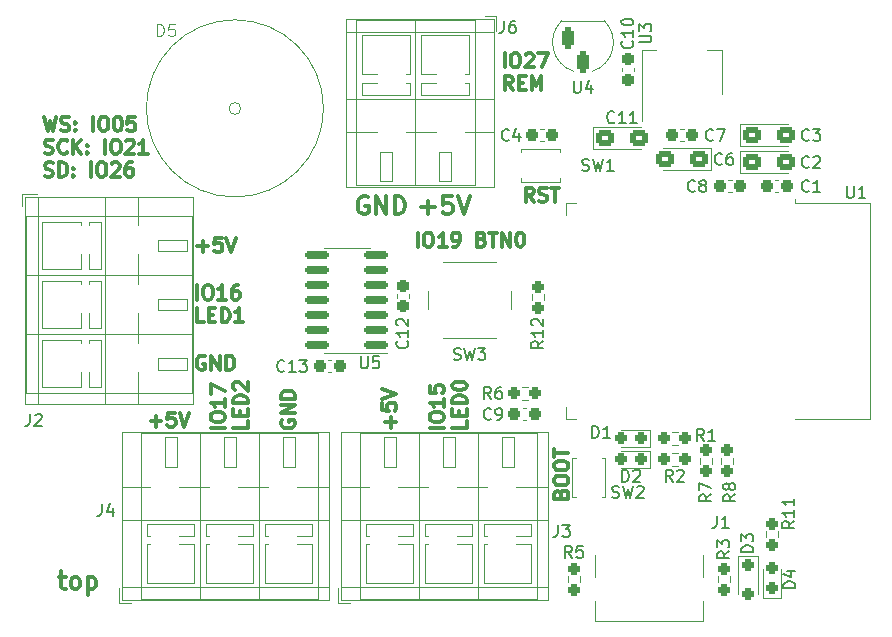
<source format=gto>
G04 #@! TF.GenerationSoftware,KiCad,Pcbnew,7.0.10*
G04 #@! TF.CreationDate,2024-02-23T22:27:58+01:00*
G04 #@! TF.ProjectId,WLED_Controller,574c4544-5f43-46f6-9e74-726f6c6c6572,rev?*
G04 #@! TF.SameCoordinates,Original*
G04 #@! TF.FileFunction,Legend,Top*
G04 #@! TF.FilePolarity,Positive*
%FSLAX46Y46*%
G04 Gerber Fmt 4.6, Leading zero omitted, Abs format (unit mm)*
G04 Created by KiCad (PCBNEW 7.0.10) date 2024-02-23 22:27:58*
%MOMM*%
%LPD*%
G01*
G04 APERTURE LIST*
G04 Aperture macros list*
%AMRoundRect*
0 Rectangle with rounded corners*
0 $1 Rounding radius*
0 $2 $3 $4 $5 $6 $7 $8 $9 X,Y pos of 4 corners*
0 Add a 4 corners polygon primitive as box body*
4,1,4,$2,$3,$4,$5,$6,$7,$8,$9,$2,$3,0*
0 Add four circle primitives for the rounded corners*
1,1,$1+$1,$2,$3*
1,1,$1+$1,$4,$5*
1,1,$1+$1,$6,$7*
1,1,$1+$1,$8,$9*
0 Add four rect primitives between the rounded corners*
20,1,$1+$1,$2,$3,$4,$5,0*
20,1,$1+$1,$4,$5,$6,$7,0*
20,1,$1+$1,$6,$7,$8,$9,0*
20,1,$1+$1,$8,$9,$2,$3,0*%
G04 Aperture macros list end*
%ADD10C,0.300000*%
%ADD11C,0.150000*%
%ADD12C,0.100000*%
%ADD13C,0.120000*%
%ADD14RoundRect,0.237500X0.237500X-0.250000X0.237500X0.250000X-0.237500X0.250000X-0.237500X-0.250000X0*%
%ADD15RoundRect,0.237500X0.250000X0.237500X-0.250000X0.237500X-0.250000X-0.237500X0.250000X-0.237500X0*%
%ADD16R,0.900000X1.500000*%
%ADD17R,1.500000X0.900000*%
%ADD18C,0.600000*%
%ADD19R,4.200000X4.200000*%
%ADD20R,1.500000X3.000000*%
%ADD21O,1.500000X3.000000*%
%ADD22RoundRect,0.237500X-0.250000X-0.237500X0.250000X-0.237500X0.250000X0.237500X-0.250000X0.237500X0*%
%ADD23RoundRect,0.237500X-0.237500X0.300000X-0.237500X-0.300000X0.237500X-0.300000X0.237500X0.300000X0*%
%ADD24R,1.500000X2.000000*%
%ADD25R,3.800000X2.000000*%
%ADD26RoundRect,0.250000X-0.537500X-0.425000X0.537500X-0.425000X0.537500X0.425000X-0.537500X0.425000X0*%
%ADD27RoundRect,0.237500X-0.237500X0.250000X-0.237500X-0.250000X0.237500X-0.250000X0.237500X0.250000X0*%
%ADD28RoundRect,0.250000X-0.250000X0.250000X-0.250000X-0.250000X0.250000X-0.250000X0.250000X0.250000X0*%
%ADD29RoundRect,0.237500X-0.300000X-0.237500X0.300000X-0.237500X0.300000X0.237500X-0.300000X0.237500X0*%
%ADD30C,2.000000*%
%ADD31RoundRect,0.150000X0.825000X0.150000X-0.825000X0.150000X-0.825000X-0.150000X0.825000X-0.150000X0*%
%ADD32RoundRect,0.237500X0.287500X0.237500X-0.287500X0.237500X-0.287500X-0.237500X0.287500X-0.237500X0*%
%ADD33R,1.700000X1.925000*%
%ADD34RoundRect,0.237500X0.300000X0.237500X-0.300000X0.237500X-0.300000X-0.237500X0.300000X-0.237500X0*%
%ADD35RoundRect,0.237500X0.237500X-0.287500X0.237500X0.287500X-0.237500X0.287500X-0.237500X-0.287500X0*%
%ADD36R,3.000000X1.500000*%
%ADD37O,3.000000X1.500000*%
%ADD38R,1.100000X1.800000*%
%ADD39RoundRect,0.275000X0.275000X0.625000X-0.275000X0.625000X-0.275000X-0.625000X0.275000X-0.625000X0*%
%ADD40C,0.650000*%
%ADD41R,0.600000X1.240000*%
%ADD42R,0.300000X1.240000*%
%ADD43O,1.000000X2.100000*%
%ADD44O,1.000000X1.800000*%
%ADD45RoundRect,0.250000X0.537500X0.425000X-0.537500X0.425000X-0.537500X-0.425000X0.537500X-0.425000X0*%
%ADD46R,1.925000X1.700000*%
%ADD47C,1.524000*%
G04 APERTURE END LIST*
D10*
X31476400Y15135082D02*
X31476400Y16049368D01*
X31933542Y15592225D02*
X31019257Y15592225D01*
X30733542Y17192224D02*
X30733542Y16620796D01*
X30733542Y16620796D02*
X31304971Y16563653D01*
X31304971Y16563653D02*
X31247828Y16620796D01*
X31247828Y16620796D02*
X31190685Y16735082D01*
X31190685Y16735082D02*
X31190685Y17020796D01*
X31190685Y17020796D02*
X31247828Y17135082D01*
X31247828Y17135082D02*
X31304971Y17192224D01*
X31304971Y17192224D02*
X31419257Y17249367D01*
X31419257Y17249367D02*
X31704971Y17249367D01*
X31704971Y17249367D02*
X31819257Y17192224D01*
X31819257Y17192224D02*
X31876400Y17135082D01*
X31876400Y17135082D02*
X31933542Y17020796D01*
X31933542Y17020796D02*
X31933542Y16735082D01*
X31933542Y16735082D02*
X31876400Y16620796D01*
X31876400Y16620796D02*
X31819257Y16563653D01*
X30733542Y17592224D02*
X31933542Y17992224D01*
X31933542Y17992224D02*
X30733542Y18392224D01*
X34082510Y33790600D02*
X35225368Y33790600D01*
X34653939Y33219171D02*
X34653939Y34362028D01*
X36653939Y34719171D02*
X35939653Y34719171D01*
X35939653Y34719171D02*
X35868225Y34004885D01*
X35868225Y34004885D02*
X35939653Y34076314D01*
X35939653Y34076314D02*
X36082511Y34147742D01*
X36082511Y34147742D02*
X36439653Y34147742D01*
X36439653Y34147742D02*
X36582511Y34076314D01*
X36582511Y34076314D02*
X36653939Y34004885D01*
X36653939Y34004885D02*
X36725368Y33862028D01*
X36725368Y33862028D02*
X36725368Y33504885D01*
X36725368Y33504885D02*
X36653939Y33362028D01*
X36653939Y33362028D02*
X36582511Y33290600D01*
X36582511Y33290600D02*
X36439653Y33219171D01*
X36439653Y33219171D02*
X36082511Y33219171D01*
X36082511Y33219171D02*
X35939653Y33290600D01*
X35939653Y33290600D02*
X35868225Y33362028D01*
X37153939Y34719171D02*
X37653939Y33219171D01*
X37653939Y33219171D02*
X38153939Y34719171D01*
X15103082Y25984457D02*
X15103082Y27184457D01*
X15903082Y27184457D02*
X16131654Y27184457D01*
X16131654Y27184457D02*
X16245939Y27127314D01*
X16245939Y27127314D02*
X16360225Y27013028D01*
X16360225Y27013028D02*
X16417368Y26784457D01*
X16417368Y26784457D02*
X16417368Y26384457D01*
X16417368Y26384457D02*
X16360225Y26155885D01*
X16360225Y26155885D02*
X16245939Y26041600D01*
X16245939Y26041600D02*
X16131654Y25984457D01*
X16131654Y25984457D02*
X15903082Y25984457D01*
X15903082Y25984457D02*
X15788797Y26041600D01*
X15788797Y26041600D02*
X15674511Y26155885D01*
X15674511Y26155885D02*
X15617368Y26384457D01*
X15617368Y26384457D02*
X15617368Y26784457D01*
X15617368Y26784457D02*
X15674511Y27013028D01*
X15674511Y27013028D02*
X15788797Y27127314D01*
X15788797Y27127314D02*
X15903082Y27184457D01*
X17560225Y25984457D02*
X16874511Y25984457D01*
X17217368Y25984457D02*
X17217368Y27184457D01*
X17217368Y27184457D02*
X17103082Y27013028D01*
X17103082Y27013028D02*
X16988797Y26898742D01*
X16988797Y26898742D02*
X16874511Y26841600D01*
X18588797Y27184457D02*
X18360225Y27184457D01*
X18360225Y27184457D02*
X18245939Y27127314D01*
X18245939Y27127314D02*
X18188797Y27070171D01*
X18188797Y27070171D02*
X18074511Y26898742D01*
X18074511Y26898742D02*
X18017368Y26670171D01*
X18017368Y26670171D02*
X18017368Y26213028D01*
X18017368Y26213028D02*
X18074511Y26098742D01*
X18074511Y26098742D02*
X18131654Y26041600D01*
X18131654Y26041600D02*
X18245939Y25984457D01*
X18245939Y25984457D02*
X18474511Y25984457D01*
X18474511Y25984457D02*
X18588797Y26041600D01*
X18588797Y26041600D02*
X18645939Y26098742D01*
X18645939Y26098742D02*
X18703082Y26213028D01*
X18703082Y26213028D02*
X18703082Y26498742D01*
X18703082Y26498742D02*
X18645939Y26613028D01*
X18645939Y26613028D02*
X18588797Y26670171D01*
X18588797Y26670171D02*
X18474511Y26727314D01*
X18474511Y26727314D02*
X18245939Y26727314D01*
X18245939Y26727314D02*
X18131654Y26670171D01*
X18131654Y26670171D02*
X18074511Y26613028D01*
X18074511Y26613028D02*
X18017368Y26498742D01*
X15674510Y24052457D02*
X15103082Y24052457D01*
X15103082Y24052457D02*
X15103082Y25252457D01*
X16074511Y24681028D02*
X16474511Y24681028D01*
X16645939Y24052457D02*
X16074511Y24052457D01*
X16074511Y24052457D02*
X16074511Y25252457D01*
X16074511Y25252457D02*
X16645939Y25252457D01*
X17160225Y24052457D02*
X17160225Y25252457D01*
X17160225Y25252457D02*
X17445939Y25252457D01*
X17445939Y25252457D02*
X17617368Y25195314D01*
X17617368Y25195314D02*
X17731653Y25081028D01*
X17731653Y25081028D02*
X17788796Y24966742D01*
X17788796Y24966742D02*
X17845939Y24738171D01*
X17845939Y24738171D02*
X17845939Y24566742D01*
X17845939Y24566742D02*
X17788796Y24338171D01*
X17788796Y24338171D02*
X17731653Y24223885D01*
X17731653Y24223885D02*
X17617368Y24109600D01*
X17617368Y24109600D02*
X17445939Y24052457D01*
X17445939Y24052457D02*
X17160225Y24052457D01*
X18988796Y24052457D02*
X18303082Y24052457D01*
X18645939Y24052457D02*
X18645939Y25252457D01*
X18645939Y25252457D02*
X18531653Y25081028D01*
X18531653Y25081028D02*
X18417368Y24966742D01*
X18417368Y24966742D02*
X18303082Y24909600D01*
X45884971Y9519082D02*
X45942114Y9690510D01*
X45942114Y9690510D02*
X45999257Y9747653D01*
X45999257Y9747653D02*
X46113542Y9804796D01*
X46113542Y9804796D02*
X46284971Y9804796D01*
X46284971Y9804796D02*
X46399257Y9747653D01*
X46399257Y9747653D02*
X46456400Y9690510D01*
X46456400Y9690510D02*
X46513542Y9576225D01*
X46513542Y9576225D02*
X46513542Y9119082D01*
X46513542Y9119082D02*
X45313542Y9119082D01*
X45313542Y9119082D02*
X45313542Y9519082D01*
X45313542Y9519082D02*
X45370685Y9633368D01*
X45370685Y9633368D02*
X45427828Y9690510D01*
X45427828Y9690510D02*
X45542114Y9747653D01*
X45542114Y9747653D02*
X45656400Y9747653D01*
X45656400Y9747653D02*
X45770685Y9690510D01*
X45770685Y9690510D02*
X45827828Y9633368D01*
X45827828Y9633368D02*
X45884971Y9519082D01*
X45884971Y9519082D02*
X45884971Y9119082D01*
X45313542Y10547653D02*
X45313542Y10776225D01*
X45313542Y10776225D02*
X45370685Y10890510D01*
X45370685Y10890510D02*
X45484971Y11004796D01*
X45484971Y11004796D02*
X45713542Y11061939D01*
X45713542Y11061939D02*
X46113542Y11061939D01*
X46113542Y11061939D02*
X46342114Y11004796D01*
X46342114Y11004796D02*
X46456400Y10890510D01*
X46456400Y10890510D02*
X46513542Y10776225D01*
X46513542Y10776225D02*
X46513542Y10547653D01*
X46513542Y10547653D02*
X46456400Y10433368D01*
X46456400Y10433368D02*
X46342114Y10319082D01*
X46342114Y10319082D02*
X46113542Y10261939D01*
X46113542Y10261939D02*
X45713542Y10261939D01*
X45713542Y10261939D02*
X45484971Y10319082D01*
X45484971Y10319082D02*
X45370685Y10433368D01*
X45370685Y10433368D02*
X45313542Y10547653D01*
X45313542Y11804796D02*
X45313542Y12033368D01*
X45313542Y12033368D02*
X45370685Y12147653D01*
X45370685Y12147653D02*
X45484971Y12261939D01*
X45484971Y12261939D02*
X45713542Y12319082D01*
X45713542Y12319082D02*
X46113542Y12319082D01*
X46113542Y12319082D02*
X46342114Y12261939D01*
X46342114Y12261939D02*
X46456400Y12147653D01*
X46456400Y12147653D02*
X46513542Y12033368D01*
X46513542Y12033368D02*
X46513542Y11804796D01*
X46513542Y11804796D02*
X46456400Y11690511D01*
X46456400Y11690511D02*
X46342114Y11576225D01*
X46342114Y11576225D02*
X46113542Y11519082D01*
X46113542Y11519082D02*
X45713542Y11519082D01*
X45713542Y11519082D02*
X45484971Y11576225D01*
X45484971Y11576225D02*
X45370685Y11690511D01*
X45370685Y11690511D02*
X45313542Y11804796D01*
X45313542Y12661939D02*
X45313542Y13347654D01*
X46513542Y13004796D02*
X45313542Y13004796D01*
X11151082Y15665600D02*
X12065368Y15665600D01*
X11608225Y15208457D02*
X11608225Y16122742D01*
X13208224Y16408457D02*
X12636796Y16408457D01*
X12636796Y16408457D02*
X12579653Y15837028D01*
X12579653Y15837028D02*
X12636796Y15894171D01*
X12636796Y15894171D02*
X12751082Y15951314D01*
X12751082Y15951314D02*
X13036796Y15951314D01*
X13036796Y15951314D02*
X13151082Y15894171D01*
X13151082Y15894171D02*
X13208224Y15837028D01*
X13208224Y15837028D02*
X13265367Y15722742D01*
X13265367Y15722742D02*
X13265367Y15437028D01*
X13265367Y15437028D02*
X13208224Y15322742D01*
X13208224Y15322742D02*
X13151082Y15265600D01*
X13151082Y15265600D02*
X13036796Y15208457D01*
X13036796Y15208457D02*
X12751082Y15208457D01*
X12751082Y15208457D02*
X12636796Y15265600D01*
X12636796Y15265600D02*
X12579653Y15322742D01*
X13608224Y16408457D02*
X14008224Y15208457D01*
X14008224Y15208457D02*
X14408224Y16408457D01*
X22248685Y15763653D02*
X22191542Y15649368D01*
X22191542Y15649368D02*
X22191542Y15477939D01*
X22191542Y15477939D02*
X22248685Y15306510D01*
X22248685Y15306510D02*
X22362971Y15192225D01*
X22362971Y15192225D02*
X22477257Y15135082D01*
X22477257Y15135082D02*
X22705828Y15077939D01*
X22705828Y15077939D02*
X22877257Y15077939D01*
X22877257Y15077939D02*
X23105828Y15135082D01*
X23105828Y15135082D02*
X23220114Y15192225D01*
X23220114Y15192225D02*
X23334400Y15306510D01*
X23334400Y15306510D02*
X23391542Y15477939D01*
X23391542Y15477939D02*
X23391542Y15592225D01*
X23391542Y15592225D02*
X23334400Y15763653D01*
X23334400Y15763653D02*
X23277257Y15820796D01*
X23277257Y15820796D02*
X22877257Y15820796D01*
X22877257Y15820796D02*
X22877257Y15592225D01*
X23391542Y16335082D02*
X22191542Y16335082D01*
X22191542Y16335082D02*
X23391542Y17020796D01*
X23391542Y17020796D02*
X22191542Y17020796D01*
X23391542Y17592225D02*
X22191542Y17592225D01*
X22191542Y17592225D02*
X22191542Y17877939D01*
X22191542Y17877939D02*
X22248685Y18049368D01*
X22248685Y18049368D02*
X22362971Y18163653D01*
X22362971Y18163653D02*
X22477257Y18220796D01*
X22477257Y18220796D02*
X22705828Y18277939D01*
X22705828Y18277939D02*
X22877257Y18277939D01*
X22877257Y18277939D02*
X23105828Y18220796D01*
X23105828Y18220796D02*
X23220114Y18163653D01*
X23220114Y18163653D02*
X23334400Y18049368D01*
X23334400Y18049368D02*
X23391542Y17877939D01*
X23391542Y17877939D02*
X23391542Y17592225D01*
X3388225Y2469171D02*
X3959653Y2469171D01*
X3602510Y2969171D02*
X3602510Y1683457D01*
X3602510Y1683457D02*
X3673939Y1540600D01*
X3673939Y1540600D02*
X3816796Y1469171D01*
X3816796Y1469171D02*
X3959653Y1469171D01*
X4673939Y1469171D02*
X4531082Y1540600D01*
X4531082Y1540600D02*
X4459653Y1612028D01*
X4459653Y1612028D02*
X4388225Y1754885D01*
X4388225Y1754885D02*
X4388225Y2183457D01*
X4388225Y2183457D02*
X4459653Y2326314D01*
X4459653Y2326314D02*
X4531082Y2397742D01*
X4531082Y2397742D02*
X4673939Y2469171D01*
X4673939Y2469171D02*
X4888225Y2469171D01*
X4888225Y2469171D02*
X5031082Y2397742D01*
X5031082Y2397742D02*
X5102511Y2326314D01*
X5102511Y2326314D02*
X5173939Y2183457D01*
X5173939Y2183457D02*
X5173939Y1754885D01*
X5173939Y1754885D02*
X5102511Y1612028D01*
X5102511Y1612028D02*
X5031082Y1540600D01*
X5031082Y1540600D02*
X4888225Y1469171D01*
X4888225Y1469171D02*
X4673939Y1469171D01*
X5816796Y2469171D02*
X5816796Y969171D01*
X5816796Y2397742D02*
X5959654Y2469171D01*
X5959654Y2469171D02*
X6245368Y2469171D01*
X6245368Y2469171D02*
X6388225Y2397742D01*
X6388225Y2397742D02*
X6459654Y2326314D01*
X6459654Y2326314D02*
X6531082Y2183457D01*
X6531082Y2183457D02*
X6531082Y1754885D01*
X6531082Y1754885D02*
X6459654Y1612028D01*
X6459654Y1612028D02*
X6388225Y1540600D01*
X6388225Y1540600D02*
X6245368Y1469171D01*
X6245368Y1469171D02*
X5959654Y1469171D01*
X5959654Y1469171D02*
X5816796Y1540600D01*
X15731653Y21161314D02*
X15617368Y21218457D01*
X15617368Y21218457D02*
X15445939Y21218457D01*
X15445939Y21218457D02*
X15274510Y21161314D01*
X15274510Y21161314D02*
X15160225Y21047028D01*
X15160225Y21047028D02*
X15103082Y20932742D01*
X15103082Y20932742D02*
X15045939Y20704171D01*
X15045939Y20704171D02*
X15045939Y20532742D01*
X15045939Y20532742D02*
X15103082Y20304171D01*
X15103082Y20304171D02*
X15160225Y20189885D01*
X15160225Y20189885D02*
X15274510Y20075600D01*
X15274510Y20075600D02*
X15445939Y20018457D01*
X15445939Y20018457D02*
X15560225Y20018457D01*
X15560225Y20018457D02*
X15731653Y20075600D01*
X15731653Y20075600D02*
X15788796Y20132742D01*
X15788796Y20132742D02*
X15788796Y20532742D01*
X15788796Y20532742D02*
X15560225Y20532742D01*
X16303082Y20018457D02*
X16303082Y21218457D01*
X16303082Y21218457D02*
X16988796Y20018457D01*
X16988796Y20018457D02*
X16988796Y21218457D01*
X17560225Y20018457D02*
X17560225Y21218457D01*
X17560225Y21218457D02*
X17845939Y21218457D01*
X17845939Y21218457D02*
X18017368Y21161314D01*
X18017368Y21161314D02*
X18131653Y21047028D01*
X18131653Y21047028D02*
X18188796Y20932742D01*
X18188796Y20932742D02*
X18245939Y20704171D01*
X18245939Y20704171D02*
X18245939Y20532742D01*
X18245939Y20532742D02*
X18188796Y20304171D01*
X18188796Y20304171D02*
X18131653Y20189885D01*
X18131653Y20189885D02*
X18017368Y20075600D01*
X18017368Y20075600D02*
X17845939Y20018457D01*
X17845939Y20018457D02*
X17560225Y20018457D01*
X17425542Y15135082D02*
X16225542Y15135082D01*
X16225542Y15935082D02*
X16225542Y16163654D01*
X16225542Y16163654D02*
X16282685Y16277939D01*
X16282685Y16277939D02*
X16396971Y16392225D01*
X16396971Y16392225D02*
X16625542Y16449368D01*
X16625542Y16449368D02*
X17025542Y16449368D01*
X17025542Y16449368D02*
X17254114Y16392225D01*
X17254114Y16392225D02*
X17368400Y16277939D01*
X17368400Y16277939D02*
X17425542Y16163654D01*
X17425542Y16163654D02*
X17425542Y15935082D01*
X17425542Y15935082D02*
X17368400Y15820797D01*
X17368400Y15820797D02*
X17254114Y15706511D01*
X17254114Y15706511D02*
X17025542Y15649368D01*
X17025542Y15649368D02*
X16625542Y15649368D01*
X16625542Y15649368D02*
X16396971Y15706511D01*
X16396971Y15706511D02*
X16282685Y15820797D01*
X16282685Y15820797D02*
X16225542Y15935082D01*
X17425542Y17592225D02*
X17425542Y16906511D01*
X17425542Y17249368D02*
X16225542Y17249368D01*
X16225542Y17249368D02*
X16396971Y17135082D01*
X16396971Y17135082D02*
X16511257Y17020797D01*
X16511257Y17020797D02*
X16568400Y16906511D01*
X16225542Y17992225D02*
X16225542Y18792225D01*
X16225542Y18792225D02*
X17425542Y18277939D01*
X19357542Y15706510D02*
X19357542Y15135082D01*
X19357542Y15135082D02*
X18157542Y15135082D01*
X18728971Y16106511D02*
X18728971Y16506511D01*
X19357542Y16677939D02*
X19357542Y16106511D01*
X19357542Y16106511D02*
X18157542Y16106511D01*
X18157542Y16106511D02*
X18157542Y16677939D01*
X19357542Y17192225D02*
X18157542Y17192225D01*
X18157542Y17192225D02*
X18157542Y17477939D01*
X18157542Y17477939D02*
X18214685Y17649368D01*
X18214685Y17649368D02*
X18328971Y17763653D01*
X18328971Y17763653D02*
X18443257Y17820796D01*
X18443257Y17820796D02*
X18671828Y17877939D01*
X18671828Y17877939D02*
X18843257Y17877939D01*
X18843257Y17877939D02*
X19071828Y17820796D01*
X19071828Y17820796D02*
X19186114Y17763653D01*
X19186114Y17763653D02*
X19300400Y17649368D01*
X19300400Y17649368D02*
X19357542Y17477939D01*
X19357542Y17477939D02*
X19357542Y17192225D01*
X18271828Y18335082D02*
X18214685Y18392225D01*
X18214685Y18392225D02*
X18157542Y18506511D01*
X18157542Y18506511D02*
X18157542Y18792225D01*
X18157542Y18792225D02*
X18214685Y18906511D01*
X18214685Y18906511D02*
X18271828Y18963653D01*
X18271828Y18963653D02*
X18386114Y19020796D01*
X18386114Y19020796D02*
X18500400Y19020796D01*
X18500400Y19020796D02*
X18671828Y18963653D01*
X18671828Y18963653D02*
X19357542Y18277939D01*
X19357542Y18277939D02*
X19357542Y19020796D01*
X43586796Y34258457D02*
X43186796Y34829885D01*
X42901082Y34258457D02*
X42901082Y35458457D01*
X42901082Y35458457D02*
X43358225Y35458457D01*
X43358225Y35458457D02*
X43472510Y35401314D01*
X43472510Y35401314D02*
X43529653Y35344171D01*
X43529653Y35344171D02*
X43586796Y35229885D01*
X43586796Y35229885D02*
X43586796Y35058457D01*
X43586796Y35058457D02*
X43529653Y34944171D01*
X43529653Y34944171D02*
X43472510Y34887028D01*
X43472510Y34887028D02*
X43358225Y34829885D01*
X43358225Y34829885D02*
X42901082Y34829885D01*
X44043939Y34315600D02*
X44215368Y34258457D01*
X44215368Y34258457D02*
X44501082Y34258457D01*
X44501082Y34258457D02*
X44615368Y34315600D01*
X44615368Y34315600D02*
X44672510Y34372742D01*
X44672510Y34372742D02*
X44729653Y34487028D01*
X44729653Y34487028D02*
X44729653Y34601314D01*
X44729653Y34601314D02*
X44672510Y34715600D01*
X44672510Y34715600D02*
X44615368Y34772742D01*
X44615368Y34772742D02*
X44501082Y34829885D01*
X44501082Y34829885D02*
X44272510Y34887028D01*
X44272510Y34887028D02*
X44158225Y34944171D01*
X44158225Y34944171D02*
X44101082Y35001314D01*
X44101082Y35001314D02*
X44043939Y35115600D01*
X44043939Y35115600D02*
X44043939Y35229885D01*
X44043939Y35229885D02*
X44101082Y35344171D01*
X44101082Y35344171D02*
X44158225Y35401314D01*
X44158225Y35401314D02*
X44272510Y35458457D01*
X44272510Y35458457D02*
X44558225Y35458457D01*
X44558225Y35458457D02*
X44729653Y35401314D01*
X45072510Y35458457D02*
X45758225Y35458457D01*
X45415367Y34258457D02*
X45415367Y35458457D01*
X41123082Y45638457D02*
X41123082Y46838457D01*
X41923082Y46838457D02*
X42151654Y46838457D01*
X42151654Y46838457D02*
X42265939Y46781314D01*
X42265939Y46781314D02*
X42380225Y46667028D01*
X42380225Y46667028D02*
X42437368Y46438457D01*
X42437368Y46438457D02*
X42437368Y46038457D01*
X42437368Y46038457D02*
X42380225Y45809885D01*
X42380225Y45809885D02*
X42265939Y45695600D01*
X42265939Y45695600D02*
X42151654Y45638457D01*
X42151654Y45638457D02*
X41923082Y45638457D01*
X41923082Y45638457D02*
X41808797Y45695600D01*
X41808797Y45695600D02*
X41694511Y45809885D01*
X41694511Y45809885D02*
X41637368Y46038457D01*
X41637368Y46038457D02*
X41637368Y46438457D01*
X41637368Y46438457D02*
X41694511Y46667028D01*
X41694511Y46667028D02*
X41808797Y46781314D01*
X41808797Y46781314D02*
X41923082Y46838457D01*
X42894511Y46724171D02*
X42951654Y46781314D01*
X42951654Y46781314D02*
X43065940Y46838457D01*
X43065940Y46838457D02*
X43351654Y46838457D01*
X43351654Y46838457D02*
X43465940Y46781314D01*
X43465940Y46781314D02*
X43523082Y46724171D01*
X43523082Y46724171D02*
X43580225Y46609885D01*
X43580225Y46609885D02*
X43580225Y46495600D01*
X43580225Y46495600D02*
X43523082Y46324171D01*
X43523082Y46324171D02*
X42837368Y45638457D01*
X42837368Y45638457D02*
X43580225Y45638457D01*
X43980225Y46838457D02*
X44780225Y46838457D01*
X44780225Y46838457D02*
X44265939Y45638457D01*
X41808796Y43706457D02*
X41408796Y44277885D01*
X41123082Y43706457D02*
X41123082Y44906457D01*
X41123082Y44906457D02*
X41580225Y44906457D01*
X41580225Y44906457D02*
X41694510Y44849314D01*
X41694510Y44849314D02*
X41751653Y44792171D01*
X41751653Y44792171D02*
X41808796Y44677885D01*
X41808796Y44677885D02*
X41808796Y44506457D01*
X41808796Y44506457D02*
X41751653Y44392171D01*
X41751653Y44392171D02*
X41694510Y44335028D01*
X41694510Y44335028D02*
X41580225Y44277885D01*
X41580225Y44277885D02*
X41123082Y44277885D01*
X42323082Y44335028D02*
X42723082Y44335028D01*
X42894510Y43706457D02*
X42323082Y43706457D01*
X42323082Y43706457D02*
X42323082Y44906457D01*
X42323082Y44906457D02*
X42894510Y44906457D01*
X43408796Y43706457D02*
X43408796Y44906457D01*
X43408796Y44906457D02*
X43808796Y44049314D01*
X43808796Y44049314D02*
X44208796Y44906457D01*
X44208796Y44906457D02*
X44208796Y43706457D01*
X2146796Y41454457D02*
X2432510Y40254457D01*
X2432510Y40254457D02*
X2661082Y41111600D01*
X2661082Y41111600D02*
X2889653Y40254457D01*
X2889653Y40254457D02*
X3175368Y41454457D01*
X3575368Y40311600D02*
X3746797Y40254457D01*
X3746797Y40254457D02*
X4032511Y40254457D01*
X4032511Y40254457D02*
X4146797Y40311600D01*
X4146797Y40311600D02*
X4203939Y40368742D01*
X4203939Y40368742D02*
X4261082Y40483028D01*
X4261082Y40483028D02*
X4261082Y40597314D01*
X4261082Y40597314D02*
X4203939Y40711600D01*
X4203939Y40711600D02*
X4146797Y40768742D01*
X4146797Y40768742D02*
X4032511Y40825885D01*
X4032511Y40825885D02*
X3803939Y40883028D01*
X3803939Y40883028D02*
X3689654Y40940171D01*
X3689654Y40940171D02*
X3632511Y40997314D01*
X3632511Y40997314D02*
X3575368Y41111600D01*
X3575368Y41111600D02*
X3575368Y41225885D01*
X3575368Y41225885D02*
X3632511Y41340171D01*
X3632511Y41340171D02*
X3689654Y41397314D01*
X3689654Y41397314D02*
X3803939Y41454457D01*
X3803939Y41454457D02*
X4089654Y41454457D01*
X4089654Y41454457D02*
X4261082Y41397314D01*
X4775368Y40368742D02*
X4832511Y40311600D01*
X4832511Y40311600D02*
X4775368Y40254457D01*
X4775368Y40254457D02*
X4718225Y40311600D01*
X4718225Y40311600D02*
X4775368Y40368742D01*
X4775368Y40368742D02*
X4775368Y40254457D01*
X4775368Y40997314D02*
X4832511Y40940171D01*
X4832511Y40940171D02*
X4775368Y40883028D01*
X4775368Y40883028D02*
X4718225Y40940171D01*
X4718225Y40940171D02*
X4775368Y40997314D01*
X4775368Y40997314D02*
X4775368Y40883028D01*
X6261083Y40254457D02*
X6261083Y41454457D01*
X7061083Y41454457D02*
X7289655Y41454457D01*
X7289655Y41454457D02*
X7403940Y41397314D01*
X7403940Y41397314D02*
X7518226Y41283028D01*
X7518226Y41283028D02*
X7575369Y41054457D01*
X7575369Y41054457D02*
X7575369Y40654457D01*
X7575369Y40654457D02*
X7518226Y40425885D01*
X7518226Y40425885D02*
X7403940Y40311600D01*
X7403940Y40311600D02*
X7289655Y40254457D01*
X7289655Y40254457D02*
X7061083Y40254457D01*
X7061083Y40254457D02*
X6946798Y40311600D01*
X6946798Y40311600D02*
X6832512Y40425885D01*
X6832512Y40425885D02*
X6775369Y40654457D01*
X6775369Y40654457D02*
X6775369Y41054457D01*
X6775369Y41054457D02*
X6832512Y41283028D01*
X6832512Y41283028D02*
X6946798Y41397314D01*
X6946798Y41397314D02*
X7061083Y41454457D01*
X8318226Y41454457D02*
X8432512Y41454457D01*
X8432512Y41454457D02*
X8546798Y41397314D01*
X8546798Y41397314D02*
X8603941Y41340171D01*
X8603941Y41340171D02*
X8661083Y41225885D01*
X8661083Y41225885D02*
X8718226Y40997314D01*
X8718226Y40997314D02*
X8718226Y40711600D01*
X8718226Y40711600D02*
X8661083Y40483028D01*
X8661083Y40483028D02*
X8603941Y40368742D01*
X8603941Y40368742D02*
X8546798Y40311600D01*
X8546798Y40311600D02*
X8432512Y40254457D01*
X8432512Y40254457D02*
X8318226Y40254457D01*
X8318226Y40254457D02*
X8203941Y40311600D01*
X8203941Y40311600D02*
X8146798Y40368742D01*
X8146798Y40368742D02*
X8089655Y40483028D01*
X8089655Y40483028D02*
X8032512Y40711600D01*
X8032512Y40711600D02*
X8032512Y40997314D01*
X8032512Y40997314D02*
X8089655Y41225885D01*
X8089655Y41225885D02*
X8146798Y41340171D01*
X8146798Y41340171D02*
X8203941Y41397314D01*
X8203941Y41397314D02*
X8318226Y41454457D01*
X9803940Y41454457D02*
X9232512Y41454457D01*
X9232512Y41454457D02*
X9175369Y40883028D01*
X9175369Y40883028D02*
X9232512Y40940171D01*
X9232512Y40940171D02*
X9346798Y40997314D01*
X9346798Y40997314D02*
X9632512Y40997314D01*
X9632512Y40997314D02*
X9746798Y40940171D01*
X9746798Y40940171D02*
X9803940Y40883028D01*
X9803940Y40883028D02*
X9861083Y40768742D01*
X9861083Y40768742D02*
X9861083Y40483028D01*
X9861083Y40483028D02*
X9803940Y40368742D01*
X9803940Y40368742D02*
X9746798Y40311600D01*
X9746798Y40311600D02*
X9632512Y40254457D01*
X9632512Y40254457D02*
X9346798Y40254457D01*
X9346798Y40254457D02*
X9232512Y40311600D01*
X9232512Y40311600D02*
X9175369Y40368742D01*
X2203939Y38379600D02*
X2375368Y38322457D01*
X2375368Y38322457D02*
X2661082Y38322457D01*
X2661082Y38322457D02*
X2775368Y38379600D01*
X2775368Y38379600D02*
X2832510Y38436742D01*
X2832510Y38436742D02*
X2889653Y38551028D01*
X2889653Y38551028D02*
X2889653Y38665314D01*
X2889653Y38665314D02*
X2832510Y38779600D01*
X2832510Y38779600D02*
X2775368Y38836742D01*
X2775368Y38836742D02*
X2661082Y38893885D01*
X2661082Y38893885D02*
X2432510Y38951028D01*
X2432510Y38951028D02*
X2318225Y39008171D01*
X2318225Y39008171D02*
X2261082Y39065314D01*
X2261082Y39065314D02*
X2203939Y39179600D01*
X2203939Y39179600D02*
X2203939Y39293885D01*
X2203939Y39293885D02*
X2261082Y39408171D01*
X2261082Y39408171D02*
X2318225Y39465314D01*
X2318225Y39465314D02*
X2432510Y39522457D01*
X2432510Y39522457D02*
X2718225Y39522457D01*
X2718225Y39522457D02*
X2889653Y39465314D01*
X4089653Y38436742D02*
X4032510Y38379600D01*
X4032510Y38379600D02*
X3861082Y38322457D01*
X3861082Y38322457D02*
X3746796Y38322457D01*
X3746796Y38322457D02*
X3575367Y38379600D01*
X3575367Y38379600D02*
X3461082Y38493885D01*
X3461082Y38493885D02*
X3403939Y38608171D01*
X3403939Y38608171D02*
X3346796Y38836742D01*
X3346796Y38836742D02*
X3346796Y39008171D01*
X3346796Y39008171D02*
X3403939Y39236742D01*
X3403939Y39236742D02*
X3461082Y39351028D01*
X3461082Y39351028D02*
X3575367Y39465314D01*
X3575367Y39465314D02*
X3746796Y39522457D01*
X3746796Y39522457D02*
X3861082Y39522457D01*
X3861082Y39522457D02*
X4032510Y39465314D01*
X4032510Y39465314D02*
X4089653Y39408171D01*
X4603939Y38322457D02*
X4603939Y39522457D01*
X5289653Y38322457D02*
X4775367Y39008171D01*
X5289653Y39522457D02*
X4603939Y38836742D01*
X5803939Y38436742D02*
X5861082Y38379600D01*
X5861082Y38379600D02*
X5803939Y38322457D01*
X5803939Y38322457D02*
X5746796Y38379600D01*
X5746796Y38379600D02*
X5803939Y38436742D01*
X5803939Y38436742D02*
X5803939Y38322457D01*
X5803939Y39065314D02*
X5861082Y39008171D01*
X5861082Y39008171D02*
X5803939Y38951028D01*
X5803939Y38951028D02*
X5746796Y39008171D01*
X5746796Y39008171D02*
X5803939Y39065314D01*
X5803939Y39065314D02*
X5803939Y38951028D01*
X7289654Y38322457D02*
X7289654Y39522457D01*
X8089654Y39522457D02*
X8318226Y39522457D01*
X8318226Y39522457D02*
X8432511Y39465314D01*
X8432511Y39465314D02*
X8546797Y39351028D01*
X8546797Y39351028D02*
X8603940Y39122457D01*
X8603940Y39122457D02*
X8603940Y38722457D01*
X8603940Y38722457D02*
X8546797Y38493885D01*
X8546797Y38493885D02*
X8432511Y38379600D01*
X8432511Y38379600D02*
X8318226Y38322457D01*
X8318226Y38322457D02*
X8089654Y38322457D01*
X8089654Y38322457D02*
X7975369Y38379600D01*
X7975369Y38379600D02*
X7861083Y38493885D01*
X7861083Y38493885D02*
X7803940Y38722457D01*
X7803940Y38722457D02*
X7803940Y39122457D01*
X7803940Y39122457D02*
X7861083Y39351028D01*
X7861083Y39351028D02*
X7975369Y39465314D01*
X7975369Y39465314D02*
X8089654Y39522457D01*
X9061083Y39408171D02*
X9118226Y39465314D01*
X9118226Y39465314D02*
X9232512Y39522457D01*
X9232512Y39522457D02*
X9518226Y39522457D01*
X9518226Y39522457D02*
X9632512Y39465314D01*
X9632512Y39465314D02*
X9689654Y39408171D01*
X9689654Y39408171D02*
X9746797Y39293885D01*
X9746797Y39293885D02*
X9746797Y39179600D01*
X9746797Y39179600D02*
X9689654Y39008171D01*
X9689654Y39008171D02*
X9003940Y38322457D01*
X9003940Y38322457D02*
X9746797Y38322457D01*
X10889654Y38322457D02*
X10203940Y38322457D01*
X10546797Y38322457D02*
X10546797Y39522457D01*
X10546797Y39522457D02*
X10432511Y39351028D01*
X10432511Y39351028D02*
X10318226Y39236742D01*
X10318226Y39236742D02*
X10203940Y39179600D01*
X2203939Y36447600D02*
X2375368Y36390457D01*
X2375368Y36390457D02*
X2661082Y36390457D01*
X2661082Y36390457D02*
X2775368Y36447600D01*
X2775368Y36447600D02*
X2832510Y36504742D01*
X2832510Y36504742D02*
X2889653Y36619028D01*
X2889653Y36619028D02*
X2889653Y36733314D01*
X2889653Y36733314D02*
X2832510Y36847600D01*
X2832510Y36847600D02*
X2775368Y36904742D01*
X2775368Y36904742D02*
X2661082Y36961885D01*
X2661082Y36961885D02*
X2432510Y37019028D01*
X2432510Y37019028D02*
X2318225Y37076171D01*
X2318225Y37076171D02*
X2261082Y37133314D01*
X2261082Y37133314D02*
X2203939Y37247600D01*
X2203939Y37247600D02*
X2203939Y37361885D01*
X2203939Y37361885D02*
X2261082Y37476171D01*
X2261082Y37476171D02*
X2318225Y37533314D01*
X2318225Y37533314D02*
X2432510Y37590457D01*
X2432510Y37590457D02*
X2718225Y37590457D01*
X2718225Y37590457D02*
X2889653Y37533314D01*
X3403939Y36390457D02*
X3403939Y37590457D01*
X3403939Y37590457D02*
X3689653Y37590457D01*
X3689653Y37590457D02*
X3861082Y37533314D01*
X3861082Y37533314D02*
X3975367Y37419028D01*
X3975367Y37419028D02*
X4032510Y37304742D01*
X4032510Y37304742D02*
X4089653Y37076171D01*
X4089653Y37076171D02*
X4089653Y36904742D01*
X4089653Y36904742D02*
X4032510Y36676171D01*
X4032510Y36676171D02*
X3975367Y36561885D01*
X3975367Y36561885D02*
X3861082Y36447600D01*
X3861082Y36447600D02*
X3689653Y36390457D01*
X3689653Y36390457D02*
X3403939Y36390457D01*
X4603939Y36504742D02*
X4661082Y36447600D01*
X4661082Y36447600D02*
X4603939Y36390457D01*
X4603939Y36390457D02*
X4546796Y36447600D01*
X4546796Y36447600D02*
X4603939Y36504742D01*
X4603939Y36504742D02*
X4603939Y36390457D01*
X4603939Y37133314D02*
X4661082Y37076171D01*
X4661082Y37076171D02*
X4603939Y37019028D01*
X4603939Y37019028D02*
X4546796Y37076171D01*
X4546796Y37076171D02*
X4603939Y37133314D01*
X4603939Y37133314D02*
X4603939Y37019028D01*
X6089654Y36390457D02*
X6089654Y37590457D01*
X6889654Y37590457D02*
X7118226Y37590457D01*
X7118226Y37590457D02*
X7232511Y37533314D01*
X7232511Y37533314D02*
X7346797Y37419028D01*
X7346797Y37419028D02*
X7403940Y37190457D01*
X7403940Y37190457D02*
X7403940Y36790457D01*
X7403940Y36790457D02*
X7346797Y36561885D01*
X7346797Y36561885D02*
X7232511Y36447600D01*
X7232511Y36447600D02*
X7118226Y36390457D01*
X7118226Y36390457D02*
X6889654Y36390457D01*
X6889654Y36390457D02*
X6775369Y36447600D01*
X6775369Y36447600D02*
X6661083Y36561885D01*
X6661083Y36561885D02*
X6603940Y36790457D01*
X6603940Y36790457D02*
X6603940Y37190457D01*
X6603940Y37190457D02*
X6661083Y37419028D01*
X6661083Y37419028D02*
X6775369Y37533314D01*
X6775369Y37533314D02*
X6889654Y37590457D01*
X7861083Y37476171D02*
X7918226Y37533314D01*
X7918226Y37533314D02*
X8032512Y37590457D01*
X8032512Y37590457D02*
X8318226Y37590457D01*
X8318226Y37590457D02*
X8432512Y37533314D01*
X8432512Y37533314D02*
X8489654Y37476171D01*
X8489654Y37476171D02*
X8546797Y37361885D01*
X8546797Y37361885D02*
X8546797Y37247600D01*
X8546797Y37247600D02*
X8489654Y37076171D01*
X8489654Y37076171D02*
X7803940Y36390457D01*
X7803940Y36390457D02*
X8546797Y36390457D01*
X9575369Y37590457D02*
X9346797Y37590457D01*
X9346797Y37590457D02*
X9232511Y37533314D01*
X9232511Y37533314D02*
X9175369Y37476171D01*
X9175369Y37476171D02*
X9061083Y37304742D01*
X9061083Y37304742D02*
X9003940Y37076171D01*
X9003940Y37076171D02*
X9003940Y36619028D01*
X9003940Y36619028D02*
X9061083Y36504742D01*
X9061083Y36504742D02*
X9118226Y36447600D01*
X9118226Y36447600D02*
X9232511Y36390457D01*
X9232511Y36390457D02*
X9461083Y36390457D01*
X9461083Y36390457D02*
X9575369Y36447600D01*
X9575369Y36447600D02*
X9632511Y36504742D01*
X9632511Y36504742D02*
X9689654Y36619028D01*
X9689654Y36619028D02*
X9689654Y36904742D01*
X9689654Y36904742D02*
X9632511Y37019028D01*
X9632511Y37019028D02*
X9575369Y37076171D01*
X9575369Y37076171D02*
X9461083Y37133314D01*
X9461083Y37133314D02*
X9232511Y37133314D01*
X9232511Y37133314D02*
X9118226Y37076171D01*
X9118226Y37076171D02*
X9061083Y37019028D01*
X9061083Y37019028D02*
X9003940Y36904742D01*
X35967542Y15135082D02*
X34767542Y15135082D01*
X34767542Y15935082D02*
X34767542Y16163654D01*
X34767542Y16163654D02*
X34824685Y16277939D01*
X34824685Y16277939D02*
X34938971Y16392225D01*
X34938971Y16392225D02*
X35167542Y16449368D01*
X35167542Y16449368D02*
X35567542Y16449368D01*
X35567542Y16449368D02*
X35796114Y16392225D01*
X35796114Y16392225D02*
X35910400Y16277939D01*
X35910400Y16277939D02*
X35967542Y16163654D01*
X35967542Y16163654D02*
X35967542Y15935082D01*
X35967542Y15935082D02*
X35910400Y15820797D01*
X35910400Y15820797D02*
X35796114Y15706511D01*
X35796114Y15706511D02*
X35567542Y15649368D01*
X35567542Y15649368D02*
X35167542Y15649368D01*
X35167542Y15649368D02*
X34938971Y15706511D01*
X34938971Y15706511D02*
X34824685Y15820797D01*
X34824685Y15820797D02*
X34767542Y15935082D01*
X35967542Y17592225D02*
X35967542Y16906511D01*
X35967542Y17249368D02*
X34767542Y17249368D01*
X34767542Y17249368D02*
X34938971Y17135082D01*
X34938971Y17135082D02*
X35053257Y17020797D01*
X35053257Y17020797D02*
X35110400Y16906511D01*
X34767542Y18677939D02*
X34767542Y18106511D01*
X34767542Y18106511D02*
X35338971Y18049368D01*
X35338971Y18049368D02*
X35281828Y18106511D01*
X35281828Y18106511D02*
X35224685Y18220797D01*
X35224685Y18220797D02*
X35224685Y18506511D01*
X35224685Y18506511D02*
X35281828Y18620797D01*
X35281828Y18620797D02*
X35338971Y18677939D01*
X35338971Y18677939D02*
X35453257Y18735082D01*
X35453257Y18735082D02*
X35738971Y18735082D01*
X35738971Y18735082D02*
X35853257Y18677939D01*
X35853257Y18677939D02*
X35910400Y18620797D01*
X35910400Y18620797D02*
X35967542Y18506511D01*
X35967542Y18506511D02*
X35967542Y18220797D01*
X35967542Y18220797D02*
X35910400Y18106511D01*
X35910400Y18106511D02*
X35853257Y18049368D01*
X37899542Y15706510D02*
X37899542Y15135082D01*
X37899542Y15135082D02*
X36699542Y15135082D01*
X37270971Y16106511D02*
X37270971Y16506511D01*
X37899542Y16677939D02*
X37899542Y16106511D01*
X37899542Y16106511D02*
X36699542Y16106511D01*
X36699542Y16106511D02*
X36699542Y16677939D01*
X37899542Y17192225D02*
X36699542Y17192225D01*
X36699542Y17192225D02*
X36699542Y17477939D01*
X36699542Y17477939D02*
X36756685Y17649368D01*
X36756685Y17649368D02*
X36870971Y17763653D01*
X36870971Y17763653D02*
X36985257Y17820796D01*
X36985257Y17820796D02*
X37213828Y17877939D01*
X37213828Y17877939D02*
X37385257Y17877939D01*
X37385257Y17877939D02*
X37613828Y17820796D01*
X37613828Y17820796D02*
X37728114Y17763653D01*
X37728114Y17763653D02*
X37842400Y17649368D01*
X37842400Y17649368D02*
X37899542Y17477939D01*
X37899542Y17477939D02*
X37899542Y17192225D01*
X36699542Y18620796D02*
X36699542Y18735082D01*
X36699542Y18735082D02*
X36756685Y18849368D01*
X36756685Y18849368D02*
X36813828Y18906511D01*
X36813828Y18906511D02*
X36928114Y18963653D01*
X36928114Y18963653D02*
X37156685Y19020796D01*
X37156685Y19020796D02*
X37442400Y19020796D01*
X37442400Y19020796D02*
X37670971Y18963653D01*
X37670971Y18963653D02*
X37785257Y18906511D01*
X37785257Y18906511D02*
X37842400Y18849368D01*
X37842400Y18849368D02*
X37899542Y18735082D01*
X37899542Y18735082D02*
X37899542Y18620796D01*
X37899542Y18620796D02*
X37842400Y18506511D01*
X37842400Y18506511D02*
X37785257Y18449368D01*
X37785257Y18449368D02*
X37670971Y18392225D01*
X37670971Y18392225D02*
X37442400Y18335082D01*
X37442400Y18335082D02*
X37156685Y18335082D01*
X37156685Y18335082D02*
X36928114Y18392225D01*
X36928114Y18392225D02*
X36813828Y18449368D01*
X36813828Y18449368D02*
X36756685Y18506511D01*
X36756685Y18506511D02*
X36699542Y18620796D01*
X33757082Y30448457D02*
X33757082Y31648457D01*
X34557082Y31648457D02*
X34785654Y31648457D01*
X34785654Y31648457D02*
X34899939Y31591314D01*
X34899939Y31591314D02*
X35014225Y31477028D01*
X35014225Y31477028D02*
X35071368Y31248457D01*
X35071368Y31248457D02*
X35071368Y30848457D01*
X35071368Y30848457D02*
X35014225Y30619885D01*
X35014225Y30619885D02*
X34899939Y30505600D01*
X34899939Y30505600D02*
X34785654Y30448457D01*
X34785654Y30448457D02*
X34557082Y30448457D01*
X34557082Y30448457D02*
X34442797Y30505600D01*
X34442797Y30505600D02*
X34328511Y30619885D01*
X34328511Y30619885D02*
X34271368Y30848457D01*
X34271368Y30848457D02*
X34271368Y31248457D01*
X34271368Y31248457D02*
X34328511Y31477028D01*
X34328511Y31477028D02*
X34442797Y31591314D01*
X34442797Y31591314D02*
X34557082Y31648457D01*
X36214225Y30448457D02*
X35528511Y30448457D01*
X35871368Y30448457D02*
X35871368Y31648457D01*
X35871368Y31648457D02*
X35757082Y31477028D01*
X35757082Y31477028D02*
X35642797Y31362742D01*
X35642797Y31362742D02*
X35528511Y31305600D01*
X36785654Y30448457D02*
X37014225Y30448457D01*
X37014225Y30448457D02*
X37128511Y30505600D01*
X37128511Y30505600D02*
X37185654Y30562742D01*
X37185654Y30562742D02*
X37299939Y30734171D01*
X37299939Y30734171D02*
X37357082Y30962742D01*
X37357082Y30962742D02*
X37357082Y31419885D01*
X37357082Y31419885D02*
X37299939Y31534171D01*
X37299939Y31534171D02*
X37242797Y31591314D01*
X37242797Y31591314D02*
X37128511Y31648457D01*
X37128511Y31648457D02*
X36899939Y31648457D01*
X36899939Y31648457D02*
X36785654Y31591314D01*
X36785654Y31591314D02*
X36728511Y31534171D01*
X36728511Y31534171D02*
X36671368Y31419885D01*
X36671368Y31419885D02*
X36671368Y31134171D01*
X36671368Y31134171D02*
X36728511Y31019885D01*
X36728511Y31019885D02*
X36785654Y30962742D01*
X36785654Y30962742D02*
X36899939Y30905600D01*
X36899939Y30905600D02*
X37128511Y30905600D01*
X37128511Y30905600D02*
X37242797Y30962742D01*
X37242797Y30962742D02*
X37299939Y31019885D01*
X37299939Y31019885D02*
X37357082Y31134171D01*
X39185654Y31077028D02*
X39357082Y31019885D01*
X39357082Y31019885D02*
X39414225Y30962742D01*
X39414225Y30962742D02*
X39471368Y30848457D01*
X39471368Y30848457D02*
X39471368Y30677028D01*
X39471368Y30677028D02*
X39414225Y30562742D01*
X39414225Y30562742D02*
X39357082Y30505600D01*
X39357082Y30505600D02*
X39242797Y30448457D01*
X39242797Y30448457D02*
X38785654Y30448457D01*
X38785654Y30448457D02*
X38785654Y31648457D01*
X38785654Y31648457D02*
X39185654Y31648457D01*
X39185654Y31648457D02*
X39299940Y31591314D01*
X39299940Y31591314D02*
X39357082Y31534171D01*
X39357082Y31534171D02*
X39414225Y31419885D01*
X39414225Y31419885D02*
X39414225Y31305600D01*
X39414225Y31305600D02*
X39357082Y31191314D01*
X39357082Y31191314D02*
X39299940Y31134171D01*
X39299940Y31134171D02*
X39185654Y31077028D01*
X39185654Y31077028D02*
X38785654Y31077028D01*
X39814225Y31648457D02*
X40499940Y31648457D01*
X40157082Y30448457D02*
X40157082Y31648457D01*
X40899940Y30448457D02*
X40899940Y31648457D01*
X40899940Y31648457D02*
X41585654Y30448457D01*
X41585654Y30448457D02*
X41585654Y31648457D01*
X42385654Y31648457D02*
X42499940Y31648457D01*
X42499940Y31648457D02*
X42614226Y31591314D01*
X42614226Y31591314D02*
X42671369Y31534171D01*
X42671369Y31534171D02*
X42728511Y31419885D01*
X42728511Y31419885D02*
X42785654Y31191314D01*
X42785654Y31191314D02*
X42785654Y30905600D01*
X42785654Y30905600D02*
X42728511Y30677028D01*
X42728511Y30677028D02*
X42671369Y30562742D01*
X42671369Y30562742D02*
X42614226Y30505600D01*
X42614226Y30505600D02*
X42499940Y30448457D01*
X42499940Y30448457D02*
X42385654Y30448457D01*
X42385654Y30448457D02*
X42271369Y30505600D01*
X42271369Y30505600D02*
X42214226Y30562742D01*
X42214226Y30562742D02*
X42157083Y30677028D01*
X42157083Y30677028D02*
X42099940Y30905600D01*
X42099940Y30905600D02*
X42099940Y31191314D01*
X42099940Y31191314D02*
X42157083Y31419885D01*
X42157083Y31419885D02*
X42214226Y31534171D01*
X42214226Y31534171D02*
X42271369Y31591314D01*
X42271369Y31591314D02*
X42385654Y31648457D01*
X15103082Y30475600D02*
X16017368Y30475600D01*
X15560225Y30018457D02*
X15560225Y30932742D01*
X17160224Y31218457D02*
X16588796Y31218457D01*
X16588796Y31218457D02*
X16531653Y30647028D01*
X16531653Y30647028D02*
X16588796Y30704171D01*
X16588796Y30704171D02*
X16703082Y30761314D01*
X16703082Y30761314D02*
X16988796Y30761314D01*
X16988796Y30761314D02*
X17103082Y30704171D01*
X17103082Y30704171D02*
X17160224Y30647028D01*
X17160224Y30647028D02*
X17217367Y30532742D01*
X17217367Y30532742D02*
X17217367Y30247028D01*
X17217367Y30247028D02*
X17160224Y30132742D01*
X17160224Y30132742D02*
X17103082Y30075600D01*
X17103082Y30075600D02*
X16988796Y30018457D01*
X16988796Y30018457D02*
X16703082Y30018457D01*
X16703082Y30018457D02*
X16588796Y30075600D01*
X16588796Y30075600D02*
X16531653Y30132742D01*
X17560224Y31218457D02*
X17960224Y30018457D01*
X17960224Y30018457D02*
X18360224Y31218457D01*
X29534225Y34647742D02*
X29391368Y34719171D01*
X29391368Y34719171D02*
X29177082Y34719171D01*
X29177082Y34719171D02*
X28962796Y34647742D01*
X28962796Y34647742D02*
X28819939Y34504885D01*
X28819939Y34504885D02*
X28748510Y34362028D01*
X28748510Y34362028D02*
X28677082Y34076314D01*
X28677082Y34076314D02*
X28677082Y33862028D01*
X28677082Y33862028D02*
X28748510Y33576314D01*
X28748510Y33576314D02*
X28819939Y33433457D01*
X28819939Y33433457D02*
X28962796Y33290600D01*
X28962796Y33290600D02*
X29177082Y33219171D01*
X29177082Y33219171D02*
X29319939Y33219171D01*
X29319939Y33219171D02*
X29534225Y33290600D01*
X29534225Y33290600D02*
X29605653Y33362028D01*
X29605653Y33362028D02*
X29605653Y33862028D01*
X29605653Y33862028D02*
X29319939Y33862028D01*
X30248510Y33219171D02*
X30248510Y34719171D01*
X30248510Y34719171D02*
X31105653Y33219171D01*
X31105653Y33219171D02*
X31105653Y34719171D01*
X31819939Y33219171D02*
X31819939Y34719171D01*
X31819939Y34719171D02*
X32177082Y34719171D01*
X32177082Y34719171D02*
X32391368Y34647742D01*
X32391368Y34647742D02*
X32534225Y34504885D01*
X32534225Y34504885D02*
X32605654Y34362028D01*
X32605654Y34362028D02*
X32677082Y34076314D01*
X32677082Y34076314D02*
X32677082Y33862028D01*
X32677082Y33862028D02*
X32605654Y33576314D01*
X32605654Y33576314D02*
X32534225Y33433457D01*
X32534225Y33433457D02*
X32391368Y33290600D01*
X32391368Y33290600D02*
X32177082Y33219171D01*
X32177082Y33219171D02*
X31819939Y33219171D01*
D11*
X58620819Y9485333D02*
X58144628Y9152000D01*
X58620819Y8913905D02*
X57620819Y8913905D01*
X57620819Y8913905D02*
X57620819Y9294857D01*
X57620819Y9294857D02*
X57668438Y9390095D01*
X57668438Y9390095D02*
X57716057Y9437714D01*
X57716057Y9437714D02*
X57811295Y9485333D01*
X57811295Y9485333D02*
X57954152Y9485333D01*
X57954152Y9485333D02*
X58049390Y9437714D01*
X58049390Y9437714D02*
X58097009Y9390095D01*
X58097009Y9390095D02*
X58144628Y9294857D01*
X58144628Y9294857D02*
X58144628Y8913905D01*
X57620819Y9818667D02*
X57620819Y10485333D01*
X57620819Y10485333D02*
X58620819Y10056762D01*
X55355833Y10561180D02*
X55022500Y11037371D01*
X54784405Y10561180D02*
X54784405Y11561180D01*
X54784405Y11561180D02*
X55165357Y11561180D01*
X55165357Y11561180D02*
X55260595Y11513561D01*
X55260595Y11513561D02*
X55308214Y11465942D01*
X55308214Y11465942D02*
X55355833Y11370704D01*
X55355833Y11370704D02*
X55355833Y11227847D01*
X55355833Y11227847D02*
X55308214Y11132609D01*
X55308214Y11132609D02*
X55260595Y11084990D01*
X55260595Y11084990D02*
X55165357Y11037371D01*
X55165357Y11037371D02*
X54784405Y11037371D01*
X55736786Y11465942D02*
X55784405Y11513561D01*
X55784405Y11513561D02*
X55879643Y11561180D01*
X55879643Y11561180D02*
X56117738Y11561180D01*
X56117738Y11561180D02*
X56212976Y11513561D01*
X56212976Y11513561D02*
X56260595Y11465942D01*
X56260595Y11465942D02*
X56308214Y11370704D01*
X56308214Y11370704D02*
X56308214Y11275466D01*
X56308214Y11275466D02*
X56260595Y11132609D01*
X56260595Y11132609D02*
X55689167Y10561180D01*
X55689167Y10561180D02*
X56308214Y10561180D01*
X70104095Y35597180D02*
X70104095Y34787657D01*
X70104095Y34787657D02*
X70151714Y34692419D01*
X70151714Y34692419D02*
X70199333Y34644800D01*
X70199333Y34644800D02*
X70294571Y34597180D01*
X70294571Y34597180D02*
X70485047Y34597180D01*
X70485047Y34597180D02*
X70580285Y34644800D01*
X70580285Y34644800D02*
X70627904Y34692419D01*
X70627904Y34692419D02*
X70675523Y34787657D01*
X70675523Y34787657D02*
X70675523Y35597180D01*
X71675523Y34597180D02*
X71104095Y34597180D01*
X71389809Y34597180D02*
X71389809Y35597180D01*
X71389809Y35597180D02*
X71294571Y35454323D01*
X71294571Y35454323D02*
X71199333Y35359085D01*
X71199333Y35359085D02*
X71104095Y35311466D01*
X41068666Y49567180D02*
X41068666Y48852895D01*
X41068666Y48852895D02*
X41021047Y48710038D01*
X41021047Y48710038D02*
X40925809Y48614800D01*
X40925809Y48614800D02*
X40782952Y48567180D01*
X40782952Y48567180D02*
X40687714Y48567180D01*
X41973428Y49567180D02*
X41782952Y49567180D01*
X41782952Y49567180D02*
X41687714Y49519561D01*
X41687714Y49519561D02*
X41640095Y49471942D01*
X41640095Y49471942D02*
X41544857Y49329085D01*
X41544857Y49329085D02*
X41497238Y49138609D01*
X41497238Y49138609D02*
X41497238Y48757657D01*
X41497238Y48757657D02*
X41544857Y48662419D01*
X41544857Y48662419D02*
X41592476Y48614800D01*
X41592476Y48614800D02*
X41687714Y48567180D01*
X41687714Y48567180D02*
X41878190Y48567180D01*
X41878190Y48567180D02*
X41973428Y48614800D01*
X41973428Y48614800D02*
X42021047Y48662419D01*
X42021047Y48662419D02*
X42068666Y48757657D01*
X42068666Y48757657D02*
X42068666Y48995752D01*
X42068666Y48995752D02*
X42021047Y49090990D01*
X42021047Y49090990D02*
X41973428Y49138609D01*
X41973428Y49138609D02*
X41878190Y49186228D01*
X41878190Y49186228D02*
X41687714Y49186228D01*
X41687714Y49186228D02*
X41592476Y49138609D01*
X41592476Y49138609D02*
X41544857Y49090990D01*
X41544857Y49090990D02*
X41497238Y48995752D01*
X39965333Y17579180D02*
X39632000Y18055371D01*
X39393905Y17579180D02*
X39393905Y18579180D01*
X39393905Y18579180D02*
X39774857Y18579180D01*
X39774857Y18579180D02*
X39870095Y18531561D01*
X39870095Y18531561D02*
X39917714Y18483942D01*
X39917714Y18483942D02*
X39965333Y18388704D01*
X39965333Y18388704D02*
X39965333Y18245847D01*
X39965333Y18245847D02*
X39917714Y18150609D01*
X39917714Y18150609D02*
X39870095Y18102990D01*
X39870095Y18102990D02*
X39774857Y18055371D01*
X39774857Y18055371D02*
X39393905Y18055371D01*
X40822476Y18579180D02*
X40632000Y18579180D01*
X40632000Y18579180D02*
X40536762Y18531561D01*
X40536762Y18531561D02*
X40489143Y18483942D01*
X40489143Y18483942D02*
X40393905Y18341085D01*
X40393905Y18341085D02*
X40346286Y18150609D01*
X40346286Y18150609D02*
X40346286Y17769657D01*
X40346286Y17769657D02*
X40393905Y17674419D01*
X40393905Y17674419D02*
X40441524Y17626800D01*
X40441524Y17626800D02*
X40536762Y17579180D01*
X40536762Y17579180D02*
X40727238Y17579180D01*
X40727238Y17579180D02*
X40822476Y17626800D01*
X40822476Y17626800D02*
X40870095Y17674419D01*
X40870095Y17674419D02*
X40917714Y17769657D01*
X40917714Y17769657D02*
X40917714Y18007752D01*
X40917714Y18007752D02*
X40870095Y18102990D01*
X40870095Y18102990D02*
X40822476Y18150609D01*
X40822476Y18150609D02*
X40727238Y18198228D01*
X40727238Y18198228D02*
X40536762Y18198228D01*
X40536762Y18198228D02*
X40441524Y18150609D01*
X40441524Y18150609D02*
X40393905Y18102990D01*
X40393905Y18102990D02*
X40346286Y18007752D01*
X32871580Y22471142D02*
X32919200Y22423523D01*
X32919200Y22423523D02*
X32966819Y22280666D01*
X32966819Y22280666D02*
X32966819Y22185428D01*
X32966819Y22185428D02*
X32919200Y22042571D01*
X32919200Y22042571D02*
X32823961Y21947333D01*
X32823961Y21947333D02*
X32728723Y21899714D01*
X32728723Y21899714D02*
X32538247Y21852095D01*
X32538247Y21852095D02*
X32395390Y21852095D01*
X32395390Y21852095D02*
X32204914Y21899714D01*
X32204914Y21899714D02*
X32109676Y21947333D01*
X32109676Y21947333D02*
X32014438Y22042571D01*
X32014438Y22042571D02*
X31966819Y22185428D01*
X31966819Y22185428D02*
X31966819Y22280666D01*
X31966819Y22280666D02*
X32014438Y22423523D01*
X32014438Y22423523D02*
X32062057Y22471142D01*
X32966819Y23423523D02*
X32966819Y22852095D01*
X32966819Y23137809D02*
X31966819Y23137809D01*
X31966819Y23137809D02*
X32109676Y23042571D01*
X32109676Y23042571D02*
X32204914Y22947333D01*
X32204914Y22947333D02*
X32252533Y22852095D01*
X32062057Y23804476D02*
X32014438Y23852095D01*
X32014438Y23852095D02*
X31966819Y23947333D01*
X31966819Y23947333D02*
X31966819Y24185428D01*
X31966819Y24185428D02*
X32014438Y24280666D01*
X32014438Y24280666D02*
X32062057Y24328285D01*
X32062057Y24328285D02*
X32157295Y24375904D01*
X32157295Y24375904D02*
X32252533Y24375904D01*
X32252533Y24375904D02*
X32395390Y24328285D01*
X32395390Y24328285D02*
X32966819Y23756857D01*
X32966819Y23756857D02*
X32966819Y24375904D01*
X57999333Y14023180D02*
X57666000Y14499371D01*
X57427905Y14023180D02*
X57427905Y15023180D01*
X57427905Y15023180D02*
X57808857Y15023180D01*
X57808857Y15023180D02*
X57904095Y14975561D01*
X57904095Y14975561D02*
X57951714Y14927942D01*
X57951714Y14927942D02*
X57999333Y14832704D01*
X57999333Y14832704D02*
X57999333Y14689847D01*
X57999333Y14689847D02*
X57951714Y14594609D01*
X57951714Y14594609D02*
X57904095Y14546990D01*
X57904095Y14546990D02*
X57808857Y14499371D01*
X57808857Y14499371D02*
X57427905Y14499371D01*
X58951714Y14023180D02*
X58380286Y14023180D01*
X58666000Y14023180D02*
X58666000Y15023180D01*
X58666000Y15023180D02*
X58570762Y14880323D01*
X58570762Y14880323D02*
X58475524Y14785085D01*
X58475524Y14785085D02*
X58380286Y14737466D01*
X52540819Y47752095D02*
X53350342Y47752095D01*
X53350342Y47752095D02*
X53445580Y47799714D01*
X53445580Y47799714D02*
X53493200Y47847333D01*
X53493200Y47847333D02*
X53540819Y47942571D01*
X53540819Y47942571D02*
X53540819Y48133047D01*
X53540819Y48133047D02*
X53493200Y48228285D01*
X53493200Y48228285D02*
X53445580Y48275904D01*
X53445580Y48275904D02*
X53350342Y48323523D01*
X53350342Y48323523D02*
X52540819Y48323523D01*
X52540819Y48704476D02*
X52540819Y49323523D01*
X52540819Y49323523D02*
X52921771Y48990190D01*
X52921771Y48990190D02*
X52921771Y49133047D01*
X52921771Y49133047D02*
X52969390Y49228285D01*
X52969390Y49228285D02*
X53017009Y49275904D01*
X53017009Y49275904D02*
X53112247Y49323523D01*
X53112247Y49323523D02*
X53350342Y49323523D01*
X53350342Y49323523D02*
X53445580Y49275904D01*
X53445580Y49275904D02*
X53493200Y49228285D01*
X53493200Y49228285D02*
X53540819Y49133047D01*
X53540819Y49133047D02*
X53540819Y48847333D01*
X53540819Y48847333D02*
X53493200Y48752095D01*
X53493200Y48752095D02*
X53445580Y48704476D01*
X50411142Y41014419D02*
X50363523Y40966800D01*
X50363523Y40966800D02*
X50220666Y40919180D01*
X50220666Y40919180D02*
X50125428Y40919180D01*
X50125428Y40919180D02*
X49982571Y40966800D01*
X49982571Y40966800D02*
X49887333Y41062038D01*
X49887333Y41062038D02*
X49839714Y41157276D01*
X49839714Y41157276D02*
X49792095Y41347752D01*
X49792095Y41347752D02*
X49792095Y41490609D01*
X49792095Y41490609D02*
X49839714Y41681085D01*
X49839714Y41681085D02*
X49887333Y41776323D01*
X49887333Y41776323D02*
X49982571Y41871561D01*
X49982571Y41871561D02*
X50125428Y41919180D01*
X50125428Y41919180D02*
X50220666Y41919180D01*
X50220666Y41919180D02*
X50363523Y41871561D01*
X50363523Y41871561D02*
X50411142Y41823942D01*
X51363523Y40919180D02*
X50792095Y40919180D01*
X51077809Y40919180D02*
X51077809Y41919180D01*
X51077809Y41919180D02*
X50982571Y41776323D01*
X50982571Y41776323D02*
X50887333Y41681085D01*
X50887333Y41681085D02*
X50792095Y41633466D01*
X52315904Y40919180D02*
X51744476Y40919180D01*
X52030190Y40919180D02*
X52030190Y41919180D01*
X52030190Y41919180D02*
X51934952Y41776323D01*
X51934952Y41776323D02*
X51839714Y41681085D01*
X51839714Y41681085D02*
X51744476Y41633466D01*
X45640666Y6895180D02*
X45640666Y6180895D01*
X45640666Y6180895D02*
X45593047Y6038038D01*
X45593047Y6038038D02*
X45497809Y5942800D01*
X45497809Y5942800D02*
X45354952Y5895180D01*
X45354952Y5895180D02*
X45259714Y5895180D01*
X46021619Y6895180D02*
X46640666Y6895180D01*
X46640666Y6895180D02*
X46307333Y6514228D01*
X46307333Y6514228D02*
X46450190Y6514228D01*
X46450190Y6514228D02*
X46545428Y6466609D01*
X46545428Y6466609D02*
X46593047Y6418990D01*
X46593047Y6418990D02*
X46640666Y6323752D01*
X46640666Y6323752D02*
X46640666Y6085657D01*
X46640666Y6085657D02*
X46593047Y5990419D01*
X46593047Y5990419D02*
X46545428Y5942800D01*
X46545428Y5942800D02*
X46450190Y5895180D01*
X46450190Y5895180D02*
X46164476Y5895180D01*
X46164476Y5895180D02*
X46069238Y5942800D01*
X46069238Y5942800D02*
X46021619Y5990419D01*
X51921580Y47871142D02*
X51969200Y47823523D01*
X51969200Y47823523D02*
X52016819Y47680666D01*
X52016819Y47680666D02*
X52016819Y47585428D01*
X52016819Y47585428D02*
X51969200Y47442571D01*
X51969200Y47442571D02*
X51873961Y47347333D01*
X51873961Y47347333D02*
X51778723Y47299714D01*
X51778723Y47299714D02*
X51588247Y47252095D01*
X51588247Y47252095D02*
X51445390Y47252095D01*
X51445390Y47252095D02*
X51254914Y47299714D01*
X51254914Y47299714D02*
X51159676Y47347333D01*
X51159676Y47347333D02*
X51064438Y47442571D01*
X51064438Y47442571D02*
X51016819Y47585428D01*
X51016819Y47585428D02*
X51016819Y47680666D01*
X51016819Y47680666D02*
X51064438Y47823523D01*
X51064438Y47823523D02*
X51112057Y47871142D01*
X52016819Y48823523D02*
X52016819Y48252095D01*
X52016819Y48537809D02*
X51016819Y48537809D01*
X51016819Y48537809D02*
X51159676Y48442571D01*
X51159676Y48442571D02*
X51254914Y48347333D01*
X51254914Y48347333D02*
X51302533Y48252095D01*
X51016819Y49442571D02*
X51016819Y49537809D01*
X51016819Y49537809D02*
X51064438Y49633047D01*
X51064438Y49633047D02*
X51112057Y49680666D01*
X51112057Y49680666D02*
X51207295Y49728285D01*
X51207295Y49728285D02*
X51397771Y49775904D01*
X51397771Y49775904D02*
X51635866Y49775904D01*
X51635866Y49775904D02*
X51826342Y49728285D01*
X51826342Y49728285D02*
X51921580Y49680666D01*
X51921580Y49680666D02*
X51969200Y49633047D01*
X51969200Y49633047D02*
X52016819Y49537809D01*
X52016819Y49537809D02*
X52016819Y49442571D01*
X52016819Y49442571D02*
X51969200Y49347333D01*
X51969200Y49347333D02*
X51921580Y49299714D01*
X51921580Y49299714D02*
X51826342Y49252095D01*
X51826342Y49252095D02*
X51635866Y49204476D01*
X51635866Y49204476D02*
X51397771Y49204476D01*
X51397771Y49204476D02*
X51207295Y49252095D01*
X51207295Y49252095D02*
X51112057Y49299714D01*
X51112057Y49299714D02*
X51064438Y49347333D01*
X51064438Y49347333D02*
X51016819Y49442571D01*
X44396819Y22471142D02*
X43920628Y22137809D01*
X44396819Y21899714D02*
X43396819Y21899714D01*
X43396819Y21899714D02*
X43396819Y22280666D01*
X43396819Y22280666D02*
X43444438Y22375904D01*
X43444438Y22375904D02*
X43492057Y22423523D01*
X43492057Y22423523D02*
X43587295Y22471142D01*
X43587295Y22471142D02*
X43730152Y22471142D01*
X43730152Y22471142D02*
X43825390Y22423523D01*
X43825390Y22423523D02*
X43873009Y22375904D01*
X43873009Y22375904D02*
X43920628Y22280666D01*
X43920628Y22280666D02*
X43920628Y21899714D01*
X44396819Y23423523D02*
X44396819Y22852095D01*
X44396819Y23137809D02*
X43396819Y23137809D01*
X43396819Y23137809D02*
X43539676Y23042571D01*
X43539676Y23042571D02*
X43634914Y22947333D01*
X43634914Y22947333D02*
X43682533Y22852095D01*
X43492057Y23804476D02*
X43444438Y23852095D01*
X43444438Y23852095D02*
X43396819Y23947333D01*
X43396819Y23947333D02*
X43396819Y24185428D01*
X43396819Y24185428D02*
X43444438Y24280666D01*
X43444438Y24280666D02*
X43492057Y24328285D01*
X43492057Y24328285D02*
X43587295Y24375904D01*
X43587295Y24375904D02*
X43682533Y24375904D01*
X43682533Y24375904D02*
X43825390Y24328285D01*
X43825390Y24328285D02*
X44396819Y23756857D01*
X44396819Y23756857D02*
X44396819Y24375904D01*
X66889333Y39518419D02*
X66841714Y39470800D01*
X66841714Y39470800D02*
X66698857Y39423180D01*
X66698857Y39423180D02*
X66603619Y39423180D01*
X66603619Y39423180D02*
X66460762Y39470800D01*
X66460762Y39470800D02*
X66365524Y39566038D01*
X66365524Y39566038D02*
X66317905Y39661276D01*
X66317905Y39661276D02*
X66270286Y39851752D01*
X66270286Y39851752D02*
X66270286Y39994609D01*
X66270286Y39994609D02*
X66317905Y40185085D01*
X66317905Y40185085D02*
X66365524Y40280323D01*
X66365524Y40280323D02*
X66460762Y40375561D01*
X66460762Y40375561D02*
X66603619Y40423180D01*
X66603619Y40423180D02*
X66698857Y40423180D01*
X66698857Y40423180D02*
X66841714Y40375561D01*
X66841714Y40375561D02*
X66889333Y40327942D01*
X67222667Y40423180D02*
X67841714Y40423180D01*
X67841714Y40423180D02*
X67508381Y40042228D01*
X67508381Y40042228D02*
X67651238Y40042228D01*
X67651238Y40042228D02*
X67746476Y39994609D01*
X67746476Y39994609D02*
X67794095Y39946990D01*
X67794095Y39946990D02*
X67841714Y39851752D01*
X67841714Y39851752D02*
X67841714Y39613657D01*
X67841714Y39613657D02*
X67794095Y39518419D01*
X67794095Y39518419D02*
X67746476Y39470800D01*
X67746476Y39470800D02*
X67651238Y39423180D01*
X67651238Y39423180D02*
X67365524Y39423180D01*
X67365524Y39423180D02*
X67270286Y39470800D01*
X67270286Y39470800D02*
X67222667Y39518419D01*
X62176819Y4595905D02*
X61176819Y4595905D01*
X61176819Y4595905D02*
X61176819Y4834000D01*
X61176819Y4834000D02*
X61224438Y4976857D01*
X61224438Y4976857D02*
X61319676Y5072095D01*
X61319676Y5072095D02*
X61414914Y5119714D01*
X61414914Y5119714D02*
X61605390Y5167333D01*
X61605390Y5167333D02*
X61748247Y5167333D01*
X61748247Y5167333D02*
X61938723Y5119714D01*
X61938723Y5119714D02*
X62033961Y5072095D01*
X62033961Y5072095D02*
X62129200Y4976857D01*
X62129200Y4976857D02*
X62176819Y4834000D01*
X62176819Y4834000D02*
X62176819Y4595905D01*
X61176819Y5500667D02*
X61176819Y6119714D01*
X61176819Y6119714D02*
X61557771Y5786381D01*
X61557771Y5786381D02*
X61557771Y5929238D01*
X61557771Y5929238D02*
X61605390Y6024476D01*
X61605390Y6024476D02*
X61653009Y6072095D01*
X61653009Y6072095D02*
X61748247Y6119714D01*
X61748247Y6119714D02*
X61986342Y6119714D01*
X61986342Y6119714D02*
X62081580Y6072095D01*
X62081580Y6072095D02*
X62129200Y6024476D01*
X62129200Y6024476D02*
X62176819Y5929238D01*
X62176819Y5929238D02*
X62176819Y5643524D01*
X62176819Y5643524D02*
X62129200Y5548286D01*
X62129200Y5548286D02*
X62081580Y5500667D01*
X46823333Y4117180D02*
X46490000Y4593371D01*
X46251905Y4117180D02*
X46251905Y5117180D01*
X46251905Y5117180D02*
X46632857Y5117180D01*
X46632857Y5117180D02*
X46728095Y5069561D01*
X46728095Y5069561D02*
X46775714Y5021942D01*
X46775714Y5021942D02*
X46823333Y4926704D01*
X46823333Y4926704D02*
X46823333Y4783847D01*
X46823333Y4783847D02*
X46775714Y4688609D01*
X46775714Y4688609D02*
X46728095Y4640990D01*
X46728095Y4640990D02*
X46632857Y4593371D01*
X46632857Y4593371D02*
X46251905Y4593371D01*
X47728095Y5117180D02*
X47251905Y5117180D01*
X47251905Y5117180D02*
X47204286Y4640990D01*
X47204286Y4640990D02*
X47251905Y4688609D01*
X47251905Y4688609D02*
X47347143Y4736228D01*
X47347143Y4736228D02*
X47585238Y4736228D01*
X47585238Y4736228D02*
X47680476Y4688609D01*
X47680476Y4688609D02*
X47728095Y4640990D01*
X47728095Y4640990D02*
X47775714Y4545752D01*
X47775714Y4545752D02*
X47775714Y4307657D01*
X47775714Y4307657D02*
X47728095Y4212419D01*
X47728095Y4212419D02*
X47680476Y4164800D01*
X47680476Y4164800D02*
X47585238Y4117180D01*
X47585238Y4117180D02*
X47347143Y4117180D01*
X47347143Y4117180D02*
X47251905Y4164800D01*
X47251905Y4164800D02*
X47204286Y4212419D01*
X22471142Y19960419D02*
X22423523Y19912800D01*
X22423523Y19912800D02*
X22280666Y19865180D01*
X22280666Y19865180D02*
X22185428Y19865180D01*
X22185428Y19865180D02*
X22042571Y19912800D01*
X22042571Y19912800D02*
X21947333Y20008038D01*
X21947333Y20008038D02*
X21899714Y20103276D01*
X21899714Y20103276D02*
X21852095Y20293752D01*
X21852095Y20293752D02*
X21852095Y20436609D01*
X21852095Y20436609D02*
X21899714Y20627085D01*
X21899714Y20627085D02*
X21947333Y20722323D01*
X21947333Y20722323D02*
X22042571Y20817561D01*
X22042571Y20817561D02*
X22185428Y20865180D01*
X22185428Y20865180D02*
X22280666Y20865180D01*
X22280666Y20865180D02*
X22423523Y20817561D01*
X22423523Y20817561D02*
X22471142Y20769942D01*
X23423523Y19865180D02*
X22852095Y19865180D01*
X23137809Y19865180D02*
X23137809Y20865180D01*
X23137809Y20865180D02*
X23042571Y20722323D01*
X23042571Y20722323D02*
X22947333Y20627085D01*
X22947333Y20627085D02*
X22852095Y20579466D01*
X23756857Y20865180D02*
X24375904Y20865180D01*
X24375904Y20865180D02*
X24042571Y20484228D01*
X24042571Y20484228D02*
X24185428Y20484228D01*
X24185428Y20484228D02*
X24280666Y20436609D01*
X24280666Y20436609D02*
X24328285Y20388990D01*
X24328285Y20388990D02*
X24375904Y20293752D01*
X24375904Y20293752D02*
X24375904Y20055657D01*
X24375904Y20055657D02*
X24328285Y19960419D01*
X24328285Y19960419D02*
X24280666Y19912800D01*
X24280666Y19912800D02*
X24185428Y19865180D01*
X24185428Y19865180D02*
X23899714Y19865180D01*
X23899714Y19865180D02*
X23804476Y19912800D01*
X23804476Y19912800D02*
X23756857Y19960419D01*
X36818667Y20928800D02*
X36961524Y20881180D01*
X36961524Y20881180D02*
X37199619Y20881180D01*
X37199619Y20881180D02*
X37294857Y20928800D01*
X37294857Y20928800D02*
X37342476Y20976419D01*
X37342476Y20976419D02*
X37390095Y21071657D01*
X37390095Y21071657D02*
X37390095Y21166895D01*
X37390095Y21166895D02*
X37342476Y21262133D01*
X37342476Y21262133D02*
X37294857Y21309752D01*
X37294857Y21309752D02*
X37199619Y21357371D01*
X37199619Y21357371D02*
X37009143Y21404990D01*
X37009143Y21404990D02*
X36913905Y21452609D01*
X36913905Y21452609D02*
X36866286Y21500228D01*
X36866286Y21500228D02*
X36818667Y21595466D01*
X36818667Y21595466D02*
X36818667Y21690704D01*
X36818667Y21690704D02*
X36866286Y21785942D01*
X36866286Y21785942D02*
X36913905Y21833561D01*
X36913905Y21833561D02*
X37009143Y21881180D01*
X37009143Y21881180D02*
X37247238Y21881180D01*
X37247238Y21881180D02*
X37390095Y21833561D01*
X37723429Y21881180D02*
X37961524Y20881180D01*
X37961524Y20881180D02*
X38152000Y21595466D01*
X38152000Y21595466D02*
X38342476Y20881180D01*
X38342476Y20881180D02*
X38580572Y21881180D01*
X38866286Y21881180D02*
X39485333Y21881180D01*
X39485333Y21881180D02*
X39152000Y21500228D01*
X39152000Y21500228D02*
X39294857Y21500228D01*
X39294857Y21500228D02*
X39390095Y21452609D01*
X39390095Y21452609D02*
X39437714Y21404990D01*
X39437714Y21404990D02*
X39485333Y21309752D01*
X39485333Y21309752D02*
X39485333Y21071657D01*
X39485333Y21071657D02*
X39437714Y20976419D01*
X39437714Y20976419D02*
X39390095Y20928800D01*
X39390095Y20928800D02*
X39294857Y20881180D01*
X39294857Y20881180D02*
X39009143Y20881180D01*
X39009143Y20881180D02*
X38913905Y20928800D01*
X38913905Y20928800D02*
X38866286Y20976419D01*
X28956095Y21173180D02*
X28956095Y20363657D01*
X28956095Y20363657D02*
X29003714Y20268419D01*
X29003714Y20268419D02*
X29051333Y20220800D01*
X29051333Y20220800D02*
X29146571Y20173180D01*
X29146571Y20173180D02*
X29337047Y20173180D01*
X29337047Y20173180D02*
X29432285Y20220800D01*
X29432285Y20220800D02*
X29479904Y20268419D01*
X29479904Y20268419D02*
X29527523Y20363657D01*
X29527523Y20363657D02*
X29527523Y21173180D01*
X30479904Y21173180D02*
X30003714Y21173180D01*
X30003714Y21173180D02*
X29956095Y20696990D01*
X29956095Y20696990D02*
X30003714Y20744609D01*
X30003714Y20744609D02*
X30098952Y20792228D01*
X30098952Y20792228D02*
X30337047Y20792228D01*
X30337047Y20792228D02*
X30432285Y20744609D01*
X30432285Y20744609D02*
X30479904Y20696990D01*
X30479904Y20696990D02*
X30527523Y20601752D01*
X30527523Y20601752D02*
X30527523Y20363657D01*
X30527523Y20363657D02*
X30479904Y20268419D01*
X30479904Y20268419D02*
X30432285Y20220800D01*
X30432285Y20220800D02*
X30337047Y20173180D01*
X30337047Y20173180D02*
X30098952Y20173180D01*
X30098952Y20173180D02*
X30003714Y20220800D01*
X30003714Y20220800D02*
X29956095Y20268419D01*
X51077905Y10561180D02*
X51077905Y11561180D01*
X51077905Y11561180D02*
X51316000Y11561180D01*
X51316000Y11561180D02*
X51458857Y11513561D01*
X51458857Y11513561D02*
X51554095Y11418323D01*
X51554095Y11418323D02*
X51601714Y11323085D01*
X51601714Y11323085D02*
X51649333Y11132609D01*
X51649333Y11132609D02*
X51649333Y10989752D01*
X51649333Y10989752D02*
X51601714Y10799276D01*
X51601714Y10799276D02*
X51554095Y10704038D01*
X51554095Y10704038D02*
X51458857Y10608800D01*
X51458857Y10608800D02*
X51316000Y10561180D01*
X51316000Y10561180D02*
X51077905Y10561180D01*
X52030286Y11465942D02*
X52077905Y11513561D01*
X52077905Y11513561D02*
X52173143Y11561180D01*
X52173143Y11561180D02*
X52411238Y11561180D01*
X52411238Y11561180D02*
X52506476Y11513561D01*
X52506476Y11513561D02*
X52554095Y11465942D01*
X52554095Y11465942D02*
X52601714Y11370704D01*
X52601714Y11370704D02*
X52601714Y11275466D01*
X52601714Y11275466D02*
X52554095Y11132609D01*
X52554095Y11132609D02*
X51982667Y10561180D01*
X51982667Y10561180D02*
X52601714Y10561180D01*
X50228667Y9244800D02*
X50371524Y9197180D01*
X50371524Y9197180D02*
X50609619Y9197180D01*
X50609619Y9197180D02*
X50704857Y9244800D01*
X50704857Y9244800D02*
X50752476Y9292419D01*
X50752476Y9292419D02*
X50800095Y9387657D01*
X50800095Y9387657D02*
X50800095Y9482895D01*
X50800095Y9482895D02*
X50752476Y9578133D01*
X50752476Y9578133D02*
X50704857Y9625752D01*
X50704857Y9625752D02*
X50609619Y9673371D01*
X50609619Y9673371D02*
X50419143Y9720990D01*
X50419143Y9720990D02*
X50323905Y9768609D01*
X50323905Y9768609D02*
X50276286Y9816228D01*
X50276286Y9816228D02*
X50228667Y9911466D01*
X50228667Y9911466D02*
X50228667Y10006704D01*
X50228667Y10006704D02*
X50276286Y10101942D01*
X50276286Y10101942D02*
X50323905Y10149561D01*
X50323905Y10149561D02*
X50419143Y10197180D01*
X50419143Y10197180D02*
X50657238Y10197180D01*
X50657238Y10197180D02*
X50800095Y10149561D01*
X51133429Y10197180D02*
X51371524Y9197180D01*
X51371524Y9197180D02*
X51562000Y9911466D01*
X51562000Y9911466D02*
X51752476Y9197180D01*
X51752476Y9197180D02*
X51990572Y10197180D01*
X52323905Y10101942D02*
X52371524Y10149561D01*
X52371524Y10149561D02*
X52466762Y10197180D01*
X52466762Y10197180D02*
X52704857Y10197180D01*
X52704857Y10197180D02*
X52800095Y10149561D01*
X52800095Y10149561D02*
X52847714Y10101942D01*
X52847714Y10101942D02*
X52895333Y10006704D01*
X52895333Y10006704D02*
X52895333Y9911466D01*
X52895333Y9911466D02*
X52847714Y9768609D01*
X52847714Y9768609D02*
X52276286Y9197180D01*
X52276286Y9197180D02*
X52895333Y9197180D01*
X41489333Y39518419D02*
X41441714Y39470800D01*
X41441714Y39470800D02*
X41298857Y39423180D01*
X41298857Y39423180D02*
X41203619Y39423180D01*
X41203619Y39423180D02*
X41060762Y39470800D01*
X41060762Y39470800D02*
X40965524Y39566038D01*
X40965524Y39566038D02*
X40917905Y39661276D01*
X40917905Y39661276D02*
X40870286Y39851752D01*
X40870286Y39851752D02*
X40870286Y39994609D01*
X40870286Y39994609D02*
X40917905Y40185085D01*
X40917905Y40185085D02*
X40965524Y40280323D01*
X40965524Y40280323D02*
X41060762Y40375561D01*
X41060762Y40375561D02*
X41203619Y40423180D01*
X41203619Y40423180D02*
X41298857Y40423180D01*
X41298857Y40423180D02*
X41441714Y40375561D01*
X41441714Y40375561D02*
X41489333Y40327942D01*
X42346476Y40089847D02*
X42346476Y39423180D01*
X42108381Y40470800D02*
X41870286Y39756514D01*
X41870286Y39756514D02*
X42489333Y39756514D01*
X7032666Y8673180D02*
X7032666Y7958895D01*
X7032666Y7958895D02*
X6985047Y7816038D01*
X6985047Y7816038D02*
X6889809Y7720800D01*
X6889809Y7720800D02*
X6746952Y7673180D01*
X6746952Y7673180D02*
X6651714Y7673180D01*
X7937428Y8339847D02*
X7937428Y7673180D01*
X7699333Y8720800D02*
X7461238Y8006514D01*
X7461238Y8006514D02*
X8080285Y8006514D01*
X60144819Y4659333D02*
X59668628Y4326000D01*
X60144819Y4087905D02*
X59144819Y4087905D01*
X59144819Y4087905D02*
X59144819Y4468857D01*
X59144819Y4468857D02*
X59192438Y4564095D01*
X59192438Y4564095D02*
X59240057Y4611714D01*
X59240057Y4611714D02*
X59335295Y4659333D01*
X59335295Y4659333D02*
X59478152Y4659333D01*
X59478152Y4659333D02*
X59573390Y4611714D01*
X59573390Y4611714D02*
X59621009Y4564095D01*
X59621009Y4564095D02*
X59668628Y4468857D01*
X59668628Y4468857D02*
X59668628Y4087905D01*
X59144819Y4992667D02*
X59144819Y5611714D01*
X59144819Y5611714D02*
X59525771Y5278381D01*
X59525771Y5278381D02*
X59525771Y5421238D01*
X59525771Y5421238D02*
X59573390Y5516476D01*
X59573390Y5516476D02*
X59621009Y5564095D01*
X59621009Y5564095D02*
X59716247Y5611714D01*
X59716247Y5611714D02*
X59954342Y5611714D01*
X59954342Y5611714D02*
X60049580Y5564095D01*
X60049580Y5564095D02*
X60097200Y5516476D01*
X60097200Y5516476D02*
X60144819Y5421238D01*
X60144819Y5421238D02*
X60144819Y5135524D01*
X60144819Y5135524D02*
X60097200Y5040286D01*
X60097200Y5040286D02*
X60049580Y4992667D01*
X65732819Y1547905D02*
X64732819Y1547905D01*
X64732819Y1547905D02*
X64732819Y1786000D01*
X64732819Y1786000D02*
X64780438Y1928857D01*
X64780438Y1928857D02*
X64875676Y2024095D01*
X64875676Y2024095D02*
X64970914Y2071714D01*
X64970914Y2071714D02*
X65161390Y2119333D01*
X65161390Y2119333D02*
X65304247Y2119333D01*
X65304247Y2119333D02*
X65494723Y2071714D01*
X65494723Y2071714D02*
X65589961Y2024095D01*
X65589961Y2024095D02*
X65685200Y1928857D01*
X65685200Y1928857D02*
X65732819Y1786000D01*
X65732819Y1786000D02*
X65732819Y1547905D01*
X65066152Y2976476D02*
X65732819Y2976476D01*
X64685200Y2738381D02*
X65399485Y2500286D01*
X65399485Y2500286D02*
X65399485Y3119333D01*
X936666Y16293180D02*
X936666Y15578895D01*
X936666Y15578895D02*
X889047Y15436038D01*
X889047Y15436038D02*
X793809Y15340800D01*
X793809Y15340800D02*
X650952Y15293180D01*
X650952Y15293180D02*
X555714Y15293180D01*
X1365238Y16197942D02*
X1412857Y16245561D01*
X1412857Y16245561D02*
X1508095Y16293180D01*
X1508095Y16293180D02*
X1746190Y16293180D01*
X1746190Y16293180D02*
X1841428Y16245561D01*
X1841428Y16245561D02*
X1889047Y16197942D01*
X1889047Y16197942D02*
X1936666Y16102704D01*
X1936666Y16102704D02*
X1936666Y16007466D01*
X1936666Y16007466D02*
X1889047Y15864609D01*
X1889047Y15864609D02*
X1317619Y15293180D01*
X1317619Y15293180D02*
X1936666Y15293180D01*
X48537905Y14277180D02*
X48537905Y15277180D01*
X48537905Y15277180D02*
X48776000Y15277180D01*
X48776000Y15277180D02*
X48918857Y15229561D01*
X48918857Y15229561D02*
X49014095Y15134323D01*
X49014095Y15134323D02*
X49061714Y15039085D01*
X49061714Y15039085D02*
X49109333Y14848609D01*
X49109333Y14848609D02*
X49109333Y14705752D01*
X49109333Y14705752D02*
X49061714Y14515276D01*
X49061714Y14515276D02*
X49014095Y14420038D01*
X49014095Y14420038D02*
X48918857Y14324800D01*
X48918857Y14324800D02*
X48776000Y14277180D01*
X48776000Y14277180D02*
X48537905Y14277180D01*
X50061714Y14277180D02*
X49490286Y14277180D01*
X49776000Y14277180D02*
X49776000Y15277180D01*
X49776000Y15277180D02*
X49680762Y15134323D01*
X49680762Y15134323D02*
X49585524Y15039085D01*
X49585524Y15039085D02*
X49490286Y14991466D01*
X46990095Y44497180D02*
X46990095Y43687657D01*
X46990095Y43687657D02*
X47037714Y43592419D01*
X47037714Y43592419D02*
X47085333Y43544800D01*
X47085333Y43544800D02*
X47180571Y43497180D01*
X47180571Y43497180D02*
X47371047Y43497180D01*
X47371047Y43497180D02*
X47466285Y43544800D01*
X47466285Y43544800D02*
X47513904Y43592419D01*
X47513904Y43592419D02*
X47561523Y43687657D01*
X47561523Y43687657D02*
X47561523Y44497180D01*
X48466285Y44163847D02*
X48466285Y43497180D01*
X48228190Y44544800D02*
X47990095Y43830514D01*
X47990095Y43830514D02*
X48609142Y43830514D01*
X39965333Y15896419D02*
X39917714Y15848800D01*
X39917714Y15848800D02*
X39774857Y15801180D01*
X39774857Y15801180D02*
X39679619Y15801180D01*
X39679619Y15801180D02*
X39536762Y15848800D01*
X39536762Y15848800D02*
X39441524Y15944038D01*
X39441524Y15944038D02*
X39393905Y16039276D01*
X39393905Y16039276D02*
X39346286Y16229752D01*
X39346286Y16229752D02*
X39346286Y16372609D01*
X39346286Y16372609D02*
X39393905Y16563085D01*
X39393905Y16563085D02*
X39441524Y16658323D01*
X39441524Y16658323D02*
X39536762Y16753561D01*
X39536762Y16753561D02*
X39679619Y16801180D01*
X39679619Y16801180D02*
X39774857Y16801180D01*
X39774857Y16801180D02*
X39917714Y16753561D01*
X39917714Y16753561D02*
X39965333Y16705942D01*
X40441524Y15801180D02*
X40632000Y15801180D01*
X40632000Y15801180D02*
X40727238Y15848800D01*
X40727238Y15848800D02*
X40774857Y15896419D01*
X40774857Y15896419D02*
X40870095Y16039276D01*
X40870095Y16039276D02*
X40917714Y16229752D01*
X40917714Y16229752D02*
X40917714Y16610704D01*
X40917714Y16610704D02*
X40870095Y16705942D01*
X40870095Y16705942D02*
X40822476Y16753561D01*
X40822476Y16753561D02*
X40727238Y16801180D01*
X40727238Y16801180D02*
X40536762Y16801180D01*
X40536762Y16801180D02*
X40441524Y16753561D01*
X40441524Y16753561D02*
X40393905Y16705942D01*
X40393905Y16705942D02*
X40346286Y16610704D01*
X40346286Y16610704D02*
X40346286Y16372609D01*
X40346286Y16372609D02*
X40393905Y16277371D01*
X40393905Y16277371D02*
X40441524Y16229752D01*
X40441524Y16229752D02*
X40536762Y16182133D01*
X40536762Y16182133D02*
X40727238Y16182133D01*
X40727238Y16182133D02*
X40822476Y16229752D01*
X40822476Y16229752D02*
X40870095Y16277371D01*
X40870095Y16277371D02*
X40917714Y16372609D01*
X58761333Y39518419D02*
X58713714Y39470800D01*
X58713714Y39470800D02*
X58570857Y39423180D01*
X58570857Y39423180D02*
X58475619Y39423180D01*
X58475619Y39423180D02*
X58332762Y39470800D01*
X58332762Y39470800D02*
X58237524Y39566038D01*
X58237524Y39566038D02*
X58189905Y39661276D01*
X58189905Y39661276D02*
X58142286Y39851752D01*
X58142286Y39851752D02*
X58142286Y39994609D01*
X58142286Y39994609D02*
X58189905Y40185085D01*
X58189905Y40185085D02*
X58237524Y40280323D01*
X58237524Y40280323D02*
X58332762Y40375561D01*
X58332762Y40375561D02*
X58475619Y40423180D01*
X58475619Y40423180D02*
X58570857Y40423180D01*
X58570857Y40423180D02*
X58713714Y40375561D01*
X58713714Y40375561D02*
X58761333Y40327942D01*
X59094667Y40423180D02*
X59761333Y40423180D01*
X59761333Y40423180D02*
X59332762Y39423180D01*
X59102666Y7657180D02*
X59102666Y6942895D01*
X59102666Y6942895D02*
X59055047Y6800038D01*
X59055047Y6800038D02*
X58959809Y6704800D01*
X58959809Y6704800D02*
X58816952Y6657180D01*
X58816952Y6657180D02*
X58721714Y6657180D01*
X60102666Y6657180D02*
X59531238Y6657180D01*
X59816952Y6657180D02*
X59816952Y7657180D01*
X59816952Y7657180D02*
X59721714Y7514323D01*
X59721714Y7514323D02*
X59626476Y7419085D01*
X59626476Y7419085D02*
X59531238Y7371466D01*
X59523333Y37486419D02*
X59475714Y37438800D01*
X59475714Y37438800D02*
X59332857Y37391180D01*
X59332857Y37391180D02*
X59237619Y37391180D01*
X59237619Y37391180D02*
X59094762Y37438800D01*
X59094762Y37438800D02*
X58999524Y37534038D01*
X58999524Y37534038D02*
X58951905Y37629276D01*
X58951905Y37629276D02*
X58904286Y37819752D01*
X58904286Y37819752D02*
X58904286Y37962609D01*
X58904286Y37962609D02*
X58951905Y38153085D01*
X58951905Y38153085D02*
X58999524Y38248323D01*
X58999524Y38248323D02*
X59094762Y38343561D01*
X59094762Y38343561D02*
X59237619Y38391180D01*
X59237619Y38391180D02*
X59332857Y38391180D01*
X59332857Y38391180D02*
X59475714Y38343561D01*
X59475714Y38343561D02*
X59523333Y38295942D01*
X60380476Y38391180D02*
X60190000Y38391180D01*
X60190000Y38391180D02*
X60094762Y38343561D01*
X60094762Y38343561D02*
X60047143Y38295942D01*
X60047143Y38295942D02*
X59951905Y38153085D01*
X59951905Y38153085D02*
X59904286Y37962609D01*
X59904286Y37962609D02*
X59904286Y37581657D01*
X59904286Y37581657D02*
X59951905Y37486419D01*
X59951905Y37486419D02*
X59999524Y37438800D01*
X59999524Y37438800D02*
X60094762Y37391180D01*
X60094762Y37391180D02*
X60285238Y37391180D01*
X60285238Y37391180D02*
X60380476Y37438800D01*
X60380476Y37438800D02*
X60428095Y37486419D01*
X60428095Y37486419D02*
X60475714Y37581657D01*
X60475714Y37581657D02*
X60475714Y37819752D01*
X60475714Y37819752D02*
X60428095Y37914990D01*
X60428095Y37914990D02*
X60380476Y37962609D01*
X60380476Y37962609D02*
X60285238Y38010228D01*
X60285238Y38010228D02*
X60094762Y38010228D01*
X60094762Y38010228D02*
X59999524Y37962609D01*
X59999524Y37962609D02*
X59951905Y37914990D01*
X59951905Y37914990D02*
X59904286Y37819752D01*
X60652819Y9485333D02*
X60176628Y9152000D01*
X60652819Y8913905D02*
X59652819Y8913905D01*
X59652819Y8913905D02*
X59652819Y9294857D01*
X59652819Y9294857D02*
X59700438Y9390095D01*
X59700438Y9390095D02*
X59748057Y9437714D01*
X59748057Y9437714D02*
X59843295Y9485333D01*
X59843295Y9485333D02*
X59986152Y9485333D01*
X59986152Y9485333D02*
X60081390Y9437714D01*
X60081390Y9437714D02*
X60129009Y9390095D01*
X60129009Y9390095D02*
X60176628Y9294857D01*
X60176628Y9294857D02*
X60176628Y8913905D01*
X60081390Y10056762D02*
X60033771Y9961524D01*
X60033771Y9961524D02*
X59986152Y9913905D01*
X59986152Y9913905D02*
X59890914Y9866286D01*
X59890914Y9866286D02*
X59843295Y9866286D01*
X59843295Y9866286D02*
X59748057Y9913905D01*
X59748057Y9913905D02*
X59700438Y9961524D01*
X59700438Y9961524D02*
X59652819Y10056762D01*
X59652819Y10056762D02*
X59652819Y10247238D01*
X59652819Y10247238D02*
X59700438Y10342476D01*
X59700438Y10342476D02*
X59748057Y10390095D01*
X59748057Y10390095D02*
X59843295Y10437714D01*
X59843295Y10437714D02*
X59890914Y10437714D01*
X59890914Y10437714D02*
X59986152Y10390095D01*
X59986152Y10390095D02*
X60033771Y10342476D01*
X60033771Y10342476D02*
X60081390Y10247238D01*
X60081390Y10247238D02*
X60081390Y10056762D01*
X60081390Y10056762D02*
X60129009Y9961524D01*
X60129009Y9961524D02*
X60176628Y9913905D01*
X60176628Y9913905D02*
X60271866Y9866286D01*
X60271866Y9866286D02*
X60462342Y9866286D01*
X60462342Y9866286D02*
X60557580Y9913905D01*
X60557580Y9913905D02*
X60605200Y9961524D01*
X60605200Y9961524D02*
X60652819Y10056762D01*
X60652819Y10056762D02*
X60652819Y10247238D01*
X60652819Y10247238D02*
X60605200Y10342476D01*
X60605200Y10342476D02*
X60557580Y10390095D01*
X60557580Y10390095D02*
X60462342Y10437714D01*
X60462342Y10437714D02*
X60271866Y10437714D01*
X60271866Y10437714D02*
X60176628Y10390095D01*
X60176628Y10390095D02*
X60129009Y10342476D01*
X60129009Y10342476D02*
X60081390Y10247238D01*
X66889333Y37232419D02*
X66841714Y37184800D01*
X66841714Y37184800D02*
X66698857Y37137180D01*
X66698857Y37137180D02*
X66603619Y37137180D01*
X66603619Y37137180D02*
X66460762Y37184800D01*
X66460762Y37184800D02*
X66365524Y37280038D01*
X66365524Y37280038D02*
X66317905Y37375276D01*
X66317905Y37375276D02*
X66270286Y37565752D01*
X66270286Y37565752D02*
X66270286Y37708609D01*
X66270286Y37708609D02*
X66317905Y37899085D01*
X66317905Y37899085D02*
X66365524Y37994323D01*
X66365524Y37994323D02*
X66460762Y38089561D01*
X66460762Y38089561D02*
X66603619Y38137180D01*
X66603619Y38137180D02*
X66698857Y38137180D01*
X66698857Y38137180D02*
X66841714Y38089561D01*
X66841714Y38089561D02*
X66889333Y38041942D01*
X67270286Y38041942D02*
X67317905Y38089561D01*
X67317905Y38089561D02*
X67413143Y38137180D01*
X67413143Y38137180D02*
X67651238Y38137180D01*
X67651238Y38137180D02*
X67746476Y38089561D01*
X67746476Y38089561D02*
X67794095Y38041942D01*
X67794095Y38041942D02*
X67841714Y37946704D01*
X67841714Y37946704D02*
X67841714Y37851466D01*
X67841714Y37851466D02*
X67794095Y37708609D01*
X67794095Y37708609D02*
X67222667Y37137180D01*
X67222667Y37137180D02*
X67841714Y37137180D01*
X65638819Y7231142D02*
X65162628Y6897809D01*
X65638819Y6659714D02*
X64638819Y6659714D01*
X64638819Y6659714D02*
X64638819Y7040666D01*
X64638819Y7040666D02*
X64686438Y7135904D01*
X64686438Y7135904D02*
X64734057Y7183523D01*
X64734057Y7183523D02*
X64829295Y7231142D01*
X64829295Y7231142D02*
X64972152Y7231142D01*
X64972152Y7231142D02*
X65067390Y7183523D01*
X65067390Y7183523D02*
X65115009Y7135904D01*
X65115009Y7135904D02*
X65162628Y7040666D01*
X65162628Y7040666D02*
X65162628Y6659714D01*
X65638819Y8183523D02*
X65638819Y7612095D01*
X65638819Y7897809D02*
X64638819Y7897809D01*
X64638819Y7897809D02*
X64781676Y7802571D01*
X64781676Y7802571D02*
X64876914Y7707333D01*
X64876914Y7707333D02*
X64924533Y7612095D01*
X65638819Y9135904D02*
X65638819Y8564476D01*
X65638819Y8850190D02*
X64638819Y8850190D01*
X64638819Y8850190D02*
X64781676Y8754952D01*
X64781676Y8754952D02*
X64876914Y8659714D01*
X64876914Y8659714D02*
X64924533Y8564476D01*
X66889333Y35200419D02*
X66841714Y35152800D01*
X66841714Y35152800D02*
X66698857Y35105180D01*
X66698857Y35105180D02*
X66603619Y35105180D01*
X66603619Y35105180D02*
X66460762Y35152800D01*
X66460762Y35152800D02*
X66365524Y35248038D01*
X66365524Y35248038D02*
X66317905Y35343276D01*
X66317905Y35343276D02*
X66270286Y35533752D01*
X66270286Y35533752D02*
X66270286Y35676609D01*
X66270286Y35676609D02*
X66317905Y35867085D01*
X66317905Y35867085D02*
X66365524Y35962323D01*
X66365524Y35962323D02*
X66460762Y36057561D01*
X66460762Y36057561D02*
X66603619Y36105180D01*
X66603619Y36105180D02*
X66698857Y36105180D01*
X66698857Y36105180D02*
X66841714Y36057561D01*
X66841714Y36057561D02*
X66889333Y36009942D01*
X67841714Y35105180D02*
X67270286Y35105180D01*
X67556000Y35105180D02*
X67556000Y36105180D01*
X67556000Y36105180D02*
X67460762Y35962323D01*
X67460762Y35962323D02*
X67365524Y35867085D01*
X67365524Y35867085D02*
X67270286Y35819466D01*
X47688667Y36930800D02*
X47831524Y36883180D01*
X47831524Y36883180D02*
X48069619Y36883180D01*
X48069619Y36883180D02*
X48164857Y36930800D01*
X48164857Y36930800D02*
X48212476Y36978419D01*
X48212476Y36978419D02*
X48260095Y37073657D01*
X48260095Y37073657D02*
X48260095Y37168895D01*
X48260095Y37168895D02*
X48212476Y37264133D01*
X48212476Y37264133D02*
X48164857Y37311752D01*
X48164857Y37311752D02*
X48069619Y37359371D01*
X48069619Y37359371D02*
X47879143Y37406990D01*
X47879143Y37406990D02*
X47783905Y37454609D01*
X47783905Y37454609D02*
X47736286Y37502228D01*
X47736286Y37502228D02*
X47688667Y37597466D01*
X47688667Y37597466D02*
X47688667Y37692704D01*
X47688667Y37692704D02*
X47736286Y37787942D01*
X47736286Y37787942D02*
X47783905Y37835561D01*
X47783905Y37835561D02*
X47879143Y37883180D01*
X47879143Y37883180D02*
X48117238Y37883180D01*
X48117238Y37883180D02*
X48260095Y37835561D01*
X48593429Y37883180D02*
X48831524Y36883180D01*
X48831524Y36883180D02*
X49022000Y37597466D01*
X49022000Y37597466D02*
X49212476Y36883180D01*
X49212476Y36883180D02*
X49450572Y37883180D01*
X50355333Y36883180D02*
X49783905Y36883180D01*
X50069619Y36883180D02*
X50069619Y37883180D01*
X50069619Y37883180D02*
X49974381Y37740323D01*
X49974381Y37740323D02*
X49879143Y37645085D01*
X49879143Y37645085D02*
X49783905Y37597466D01*
X57237333Y35200419D02*
X57189714Y35152800D01*
X57189714Y35152800D02*
X57046857Y35105180D01*
X57046857Y35105180D02*
X56951619Y35105180D01*
X56951619Y35105180D02*
X56808762Y35152800D01*
X56808762Y35152800D02*
X56713524Y35248038D01*
X56713524Y35248038D02*
X56665905Y35343276D01*
X56665905Y35343276D02*
X56618286Y35533752D01*
X56618286Y35533752D02*
X56618286Y35676609D01*
X56618286Y35676609D02*
X56665905Y35867085D01*
X56665905Y35867085D02*
X56713524Y35962323D01*
X56713524Y35962323D02*
X56808762Y36057561D01*
X56808762Y36057561D02*
X56951619Y36105180D01*
X56951619Y36105180D02*
X57046857Y36105180D01*
X57046857Y36105180D02*
X57189714Y36057561D01*
X57189714Y36057561D02*
X57237333Y36009942D01*
X57808762Y35676609D02*
X57713524Y35724228D01*
X57713524Y35724228D02*
X57665905Y35771847D01*
X57665905Y35771847D02*
X57618286Y35867085D01*
X57618286Y35867085D02*
X57618286Y35914704D01*
X57618286Y35914704D02*
X57665905Y36009942D01*
X57665905Y36009942D02*
X57713524Y36057561D01*
X57713524Y36057561D02*
X57808762Y36105180D01*
X57808762Y36105180D02*
X57999238Y36105180D01*
X57999238Y36105180D02*
X58094476Y36057561D01*
X58094476Y36057561D02*
X58142095Y36009942D01*
X58142095Y36009942D02*
X58189714Y35914704D01*
X58189714Y35914704D02*
X58189714Y35867085D01*
X58189714Y35867085D02*
X58142095Y35771847D01*
X58142095Y35771847D02*
X58094476Y35724228D01*
X58094476Y35724228D02*
X57999238Y35676609D01*
X57999238Y35676609D02*
X57808762Y35676609D01*
X57808762Y35676609D02*
X57713524Y35628990D01*
X57713524Y35628990D02*
X57665905Y35581371D01*
X57665905Y35581371D02*
X57618286Y35486133D01*
X57618286Y35486133D02*
X57618286Y35295657D01*
X57618286Y35295657D02*
X57665905Y35200419D01*
X57665905Y35200419D02*
X57713524Y35152800D01*
X57713524Y35152800D02*
X57808762Y35105180D01*
X57808762Y35105180D02*
X57999238Y35105180D01*
X57999238Y35105180D02*
X58094476Y35152800D01*
X58094476Y35152800D02*
X58142095Y35200419D01*
X58142095Y35200419D02*
X58189714Y35295657D01*
X58189714Y35295657D02*
X58189714Y35486133D01*
X58189714Y35486133D02*
X58142095Y35581371D01*
X58142095Y35581371D02*
X58094476Y35628990D01*
X58094476Y35628990D02*
X57999238Y35676609D01*
D12*
X11707905Y48310580D02*
X11707905Y49310580D01*
X11707905Y49310580D02*
X11946000Y49310580D01*
X11946000Y49310580D02*
X12088857Y49262961D01*
X12088857Y49262961D02*
X12184095Y49167723D01*
X12184095Y49167723D02*
X12231714Y49072485D01*
X12231714Y49072485D02*
X12279333Y48882009D01*
X12279333Y48882009D02*
X12279333Y48739152D01*
X12279333Y48739152D02*
X12231714Y48548676D01*
X12231714Y48548676D02*
X12184095Y48453438D01*
X12184095Y48453438D02*
X12088857Y48358200D01*
X12088857Y48358200D02*
X11946000Y48310580D01*
X11946000Y48310580D02*
X11707905Y48310580D01*
X13184095Y49310580D02*
X12707905Y49310580D01*
X12707905Y49310580D02*
X12660286Y48834390D01*
X12660286Y48834390D02*
X12707905Y48882009D01*
X12707905Y48882009D02*
X12803143Y48929628D01*
X12803143Y48929628D02*
X13041238Y48929628D01*
X13041238Y48929628D02*
X13136476Y48882009D01*
X13136476Y48882009D02*
X13184095Y48834390D01*
X13184095Y48834390D02*
X13231714Y48739152D01*
X13231714Y48739152D02*
X13231714Y48501057D01*
X13231714Y48501057D02*
X13184095Y48405819D01*
X13184095Y48405819D02*
X13136476Y48358200D01*
X13136476Y48358200D02*
X13041238Y48310580D01*
X13041238Y48310580D02*
X12803143Y48310580D01*
X12803143Y48310580D02*
X12707905Y48358200D01*
X12707905Y48358200D02*
X12660286Y48405819D01*
D13*
X57643500Y12087776D02*
X57643500Y12597224D01*
X58688500Y12087776D02*
X58688500Y12597224D01*
X55777224Y11923500D02*
X55267776Y11923500D01*
X55777224Y12968500D02*
X55267776Y12968500D01*
X72099000Y34120000D02*
X65684000Y34120000D01*
X72099000Y34120000D02*
X72099000Y15880000D01*
X65684000Y34120000D02*
X65684000Y34500000D01*
X47139000Y34120000D02*
X46359000Y34120000D01*
X46359000Y34120000D02*
X46359000Y33120000D01*
X72099000Y15880000D02*
X65684000Y15880000D01*
X47139000Y15880000D02*
X46359000Y15880000D01*
X46359000Y15880000D02*
X46359000Y16880000D01*
X40436000Y48760000D02*
X40436000Y50000000D01*
X40436000Y50000000D02*
X39436000Y50000000D01*
X40196000Y35520000D02*
X40196000Y49760000D01*
X40196000Y35520000D02*
X27655000Y35520000D01*
X40196000Y40140000D02*
X37806000Y40140000D01*
X40196000Y42940000D02*
X27655000Y42940000D01*
X40196000Y48640000D02*
X27655000Y48640000D01*
X40196000Y49760000D02*
X27655000Y49760000D01*
X38576000Y35640000D02*
X38576000Y49640000D01*
X38576000Y35640000D02*
X33576000Y35640000D01*
X38576000Y49640000D02*
X33576000Y49640000D01*
X38076000Y43340000D02*
X38076000Y44340000D01*
X38076000Y43340000D02*
X34076000Y43340000D01*
X38076000Y44340000D02*
X37806000Y44340000D01*
X38076000Y45040000D02*
X38076000Y48340000D01*
X38076000Y45040000D02*
X37806000Y45040000D01*
X38076000Y48340000D02*
X34076000Y48340000D01*
X36576000Y35990000D02*
X36576000Y38489000D01*
X36576000Y35990000D02*
X35576000Y35990000D01*
X36576000Y38489000D02*
X35576000Y38489000D01*
X35576000Y35990000D02*
X35576000Y38489000D01*
X35346000Y40140000D02*
X32806000Y40140000D01*
X35346000Y44340000D02*
X34076000Y44340000D01*
X35346000Y45040000D02*
X34076000Y45040000D01*
X34076000Y43340000D02*
X34076000Y44340000D01*
X34076000Y45040000D02*
X34076000Y48340000D01*
X33576000Y35640000D02*
X33576000Y49640000D01*
X33576000Y35640000D02*
X33576000Y49640000D01*
X33576000Y35640000D02*
X28576000Y35640000D01*
X33576000Y49640000D02*
X28576000Y49640000D01*
X33076000Y43340000D02*
X33076000Y44340000D01*
X33076000Y43340000D02*
X29076000Y43340000D01*
X33076000Y44340000D02*
X32806000Y44340000D01*
X33076000Y45040000D02*
X33076000Y48340000D01*
X33076000Y45040000D02*
X32806000Y45040000D01*
X33076000Y48340000D02*
X29076000Y48340000D01*
X31576000Y35990000D02*
X31576000Y38489000D01*
X31576000Y35990000D02*
X30576000Y35990000D01*
X31576000Y38489000D02*
X30576000Y38489000D01*
X30576000Y35990000D02*
X30576000Y38489000D01*
X30346000Y40140000D02*
X27655000Y40140000D01*
X30346000Y44340000D02*
X29076000Y44340000D01*
X30346000Y45040000D02*
X29076000Y45040000D01*
X29076000Y43340000D02*
X29076000Y44340000D01*
X29076000Y45040000D02*
X29076000Y48340000D01*
X28576000Y35640000D02*
X28576000Y49640000D01*
X27655000Y35520000D02*
X27655000Y49760000D01*
X42564776Y18562500D02*
X43074224Y18562500D01*
X42564776Y17517500D02*
X43074224Y17517500D01*
X33022000Y26408767D02*
X33022000Y26116233D01*
X32002000Y26408767D02*
X32002000Y26116233D01*
X55777224Y13701500D02*
X55267776Y13701500D01*
X55777224Y14746500D02*
X55267776Y14746500D01*
X52724000Y41112000D02*
X52724000Y47122000D01*
X59544000Y43362000D02*
X59544000Y47122000D01*
X52724000Y47122000D02*
X53984000Y47122000D01*
X59544000Y47122000D02*
X58284000Y47122000D01*
X48569000Y40559000D02*
X48569000Y38689000D01*
X48569000Y38689000D02*
X52654000Y38689000D01*
X52654000Y40559000D02*
X48569000Y40559000D01*
X27034000Y1532000D02*
X27034000Y292000D01*
X27034000Y292000D02*
X28034000Y292000D01*
X27274000Y14772000D02*
X27274000Y532000D01*
X27274000Y14772000D02*
X44814000Y14772000D01*
X27274000Y10152000D02*
X29664000Y10152000D01*
X27274000Y7352000D02*
X44814000Y7352000D01*
X27274000Y1652000D02*
X44814000Y1652000D01*
X27274000Y532000D02*
X44814000Y532000D01*
X28894000Y14652000D02*
X28894000Y652000D01*
X28894000Y14652000D02*
X33894000Y14652000D01*
X28894000Y652000D02*
X33894000Y652000D01*
X29394000Y6952000D02*
X29394000Y5952000D01*
X29394000Y6952000D02*
X33394000Y6952000D01*
X29394000Y5952000D02*
X29664000Y5952000D01*
X29394000Y5252000D02*
X29394000Y1952000D01*
X29394000Y5252000D02*
X29664000Y5252000D01*
X29394000Y1952000D02*
X33394000Y1952000D01*
X30894000Y14302000D02*
X30894000Y11803000D01*
X30894000Y14302000D02*
X31894000Y14302000D01*
X30894000Y11803000D02*
X31894000Y11803000D01*
X31894000Y14302000D02*
X31894000Y11803000D01*
X32124000Y10152000D02*
X34664000Y10152000D01*
X32124000Y5952000D02*
X33394000Y5952000D01*
X32124000Y5252000D02*
X33394000Y5252000D01*
X33394000Y6952000D02*
X33394000Y5952000D01*
X33394000Y5252000D02*
X33394000Y1952000D01*
X33894000Y14652000D02*
X33894000Y652000D01*
X33894000Y14652000D02*
X33894000Y652000D01*
X33894000Y14652000D02*
X38894000Y14652000D01*
X33894000Y652000D02*
X38894000Y652000D01*
X34394000Y6952000D02*
X34394000Y5952000D01*
X34394000Y6952000D02*
X38394000Y6952000D01*
X34394000Y5952000D02*
X34664000Y5952000D01*
X34394000Y5252000D02*
X34394000Y1952000D01*
X34394000Y5252000D02*
X34664000Y5252000D01*
X34394000Y1952000D02*
X38394000Y1952000D01*
X35894000Y14302000D02*
X35894000Y11803000D01*
X35894000Y14302000D02*
X36894000Y14302000D01*
X35894000Y11803000D02*
X36894000Y11803000D01*
X36894000Y14302000D02*
X36894000Y11803000D01*
X37124000Y10152000D02*
X39664000Y10152000D01*
X37124000Y5952000D02*
X38394000Y5952000D01*
X37124000Y5252000D02*
X38394000Y5252000D01*
X38394000Y6952000D02*
X38394000Y5952000D01*
X38394000Y5252000D02*
X38394000Y1952000D01*
X38894000Y14652000D02*
X38894000Y652000D01*
X38894000Y14652000D02*
X38894000Y652000D01*
X38894000Y14652000D02*
X43894000Y14652000D01*
X38894000Y652000D02*
X43894000Y652000D01*
X39394000Y6952000D02*
X39394000Y5952000D01*
X39394000Y6952000D02*
X43394000Y6952000D01*
X39394000Y5952000D02*
X39664000Y5952000D01*
X39394000Y5252000D02*
X39394000Y1952000D01*
X39394000Y5252000D02*
X39664000Y5252000D01*
X39394000Y1952000D02*
X43394000Y1952000D01*
X40894000Y14302000D02*
X40894000Y11803000D01*
X40894000Y14302000D02*
X41894000Y14302000D01*
X40894000Y11803000D02*
X41894000Y11803000D01*
X41894000Y14302000D02*
X41894000Y11803000D01*
X42124000Y10152000D02*
X44814000Y10152000D01*
X42124000Y5952000D02*
X43394000Y5952000D01*
X42124000Y5252000D02*
X43394000Y5252000D01*
X43394000Y6952000D02*
X43394000Y5952000D01*
X43394000Y5252000D02*
X43394000Y1952000D01*
X43894000Y14652000D02*
X43894000Y652000D01*
X44814000Y14772000D02*
X44814000Y532000D01*
X52072000Y45612267D02*
X52072000Y45319733D01*
X51052000Y45612267D02*
X51052000Y45319733D01*
X44464500Y26416724D02*
X44464500Y25907276D01*
X43419500Y26416724D02*
X43419500Y25907276D01*
X61015000Y40813000D02*
X61015000Y38943000D01*
X61015000Y38943000D02*
X65100000Y38943000D01*
X65100000Y40813000D02*
X61015000Y40813000D01*
X62572000Y4296000D02*
X60872000Y4296000D01*
X62572000Y4296000D02*
X62572000Y1036000D01*
X60872000Y4296000D02*
X60872000Y1036000D01*
X47512500Y2540724D02*
X47512500Y2031276D01*
X46467500Y2540724D02*
X46467500Y2031276D01*
X26169233Y20830000D02*
X26461767Y20830000D01*
X26169233Y19810000D02*
X26461767Y19810000D01*
X34652000Y26694000D02*
X34652000Y25194000D01*
X35902000Y22694000D02*
X40402000Y22694000D01*
X40402000Y29194000D02*
X35902000Y29194000D01*
X41652000Y25194000D02*
X41652000Y26694000D01*
X27751000Y21473000D02*
X31201000Y21473000D01*
X27751000Y21473000D02*
X25801000Y21473000D01*
X27751000Y30343000D02*
X29701000Y30343000D01*
X27751000Y30343000D02*
X25801000Y30343000D01*
X53476000Y11711000D02*
X53476000Y13181000D01*
X53476000Y13181000D02*
X51016000Y13181000D01*
X51016000Y11711000D02*
X53476000Y11711000D01*
X46860000Y9272000D02*
X46860000Y12572000D01*
X47160000Y9272000D02*
X46860000Y9272000D01*
X49360000Y9272000D02*
X49660000Y9272000D01*
X49660000Y9272000D02*
X49660000Y12572000D01*
X46860000Y12572000D02*
X47160000Y12572000D01*
X49660000Y12572000D02*
X49360000Y12572000D01*
X44442767Y39368000D02*
X44150233Y39368000D01*
X44442767Y40388000D02*
X44150233Y40388000D01*
X8492000Y1532000D02*
X8492000Y292000D01*
X8492000Y292000D02*
X9492000Y292000D01*
X8732000Y14772000D02*
X8732000Y532000D01*
X8732000Y14772000D02*
X26272000Y14772000D01*
X8732000Y10152000D02*
X11122000Y10152000D01*
X8732000Y7352000D02*
X26272000Y7352000D01*
X8732000Y1652000D02*
X26272000Y1652000D01*
X8732000Y532000D02*
X26272000Y532000D01*
X10352000Y14652000D02*
X10352000Y652000D01*
X10352000Y14652000D02*
X15352000Y14652000D01*
X10352000Y652000D02*
X15352000Y652000D01*
X10852000Y6952000D02*
X10852000Y5952000D01*
X10852000Y6952000D02*
X14852000Y6952000D01*
X10852000Y5952000D02*
X11122000Y5952000D01*
X10852000Y5252000D02*
X10852000Y1952000D01*
X10852000Y5252000D02*
X11122000Y5252000D01*
X10852000Y1952000D02*
X14852000Y1952000D01*
X12352000Y14302000D02*
X12352000Y11803000D01*
X12352000Y14302000D02*
X13352000Y14302000D01*
X12352000Y11803000D02*
X13352000Y11803000D01*
X13352000Y14302000D02*
X13352000Y11803000D01*
X13582000Y10152000D02*
X16122000Y10152000D01*
X13582000Y5952000D02*
X14852000Y5952000D01*
X13582000Y5252000D02*
X14852000Y5252000D01*
X14852000Y6952000D02*
X14852000Y5952000D01*
X14852000Y5252000D02*
X14852000Y1952000D01*
X15352000Y14652000D02*
X15352000Y652000D01*
X15352000Y14652000D02*
X15352000Y652000D01*
X15352000Y14652000D02*
X20352000Y14652000D01*
X15352000Y652000D02*
X20352000Y652000D01*
X15852000Y6952000D02*
X15852000Y5952000D01*
X15852000Y6952000D02*
X19852000Y6952000D01*
X15852000Y5952000D02*
X16122000Y5952000D01*
X15852000Y5252000D02*
X15852000Y1952000D01*
X15852000Y5252000D02*
X16122000Y5252000D01*
X15852000Y1952000D02*
X19852000Y1952000D01*
X17352000Y14302000D02*
X17352000Y11803000D01*
X17352000Y14302000D02*
X18352000Y14302000D01*
X17352000Y11803000D02*
X18352000Y11803000D01*
X18352000Y14302000D02*
X18352000Y11803000D01*
X18582000Y10152000D02*
X21122000Y10152000D01*
X18582000Y5952000D02*
X19852000Y5952000D01*
X18582000Y5252000D02*
X19852000Y5252000D01*
X19852000Y6952000D02*
X19852000Y5952000D01*
X19852000Y5252000D02*
X19852000Y1952000D01*
X20352000Y14652000D02*
X20352000Y652000D01*
X20352000Y14652000D02*
X20352000Y652000D01*
X20352000Y14652000D02*
X25352000Y14652000D01*
X20352000Y652000D02*
X25352000Y652000D01*
X20852000Y6952000D02*
X20852000Y5952000D01*
X20852000Y6952000D02*
X24852000Y6952000D01*
X20852000Y5952000D02*
X21122000Y5952000D01*
X20852000Y5252000D02*
X20852000Y1952000D01*
X20852000Y5252000D02*
X21122000Y5252000D01*
X20852000Y1952000D02*
X24852000Y1952000D01*
X22352000Y14302000D02*
X22352000Y11803000D01*
X22352000Y14302000D02*
X23352000Y14302000D01*
X22352000Y11803000D02*
X23352000Y11803000D01*
X23352000Y14302000D02*
X23352000Y11803000D01*
X23582000Y10152000D02*
X26272000Y10152000D01*
X23582000Y5952000D02*
X24852000Y5952000D01*
X23582000Y5252000D02*
X24852000Y5252000D01*
X24852000Y6952000D02*
X24852000Y5952000D01*
X24852000Y5252000D02*
X24852000Y1952000D01*
X25352000Y14652000D02*
X25352000Y652000D01*
X26272000Y14772000D02*
X26272000Y532000D01*
X60212500Y2540724D02*
X60212500Y2031276D01*
X59167500Y2540724D02*
X59167500Y2031276D01*
X63019000Y739000D02*
X64489000Y739000D01*
X64489000Y739000D02*
X64489000Y3199000D01*
X63019000Y3199000D02*
X63019000Y739000D01*
X1500000Y34918000D02*
X260000Y34918000D01*
X260000Y34918000D02*
X260000Y33918000D01*
X14740000Y34678000D02*
X500000Y34678000D01*
X14740000Y34678000D02*
X14740000Y17138000D01*
X10120000Y34678000D02*
X10120000Y32288000D01*
X7320000Y34678000D02*
X7320000Y17138000D01*
X1620000Y34678000D02*
X1620000Y17138000D01*
X500000Y34678000D02*
X500000Y17138000D01*
X14620000Y33058000D02*
X620000Y33058000D01*
X14620000Y33058000D02*
X14620000Y28058000D01*
X620000Y33058000D02*
X620000Y28058000D01*
X6920000Y32558000D02*
X5920000Y32558000D01*
X6920000Y32558000D02*
X6920000Y28558000D01*
X5920000Y32558000D02*
X5920000Y32288000D01*
X5220000Y32558000D02*
X1920000Y32558000D01*
X5220000Y32558000D02*
X5220000Y32288000D01*
X1920000Y32558000D02*
X1920000Y28558000D01*
X14270000Y31058000D02*
X11771000Y31058000D01*
X14270000Y31058000D02*
X14270000Y30058000D01*
X11771000Y31058000D02*
X11771000Y30058000D01*
X14270000Y30058000D02*
X11771000Y30058000D01*
X10120000Y29828000D02*
X10120000Y27288000D01*
X5920000Y29828000D02*
X5920000Y28558000D01*
X5220000Y29828000D02*
X5220000Y28558000D01*
X6920000Y28558000D02*
X5920000Y28558000D01*
X5220000Y28558000D02*
X1920000Y28558000D01*
X14620000Y28058000D02*
X620000Y28058000D01*
X14620000Y28058000D02*
X620000Y28058000D01*
X14620000Y28058000D02*
X14620000Y23058000D01*
X620000Y28058000D02*
X620000Y23058000D01*
X6920000Y27558000D02*
X5920000Y27558000D01*
X6920000Y27558000D02*
X6920000Y23558000D01*
X5920000Y27558000D02*
X5920000Y27288000D01*
X5220000Y27558000D02*
X1920000Y27558000D01*
X5220000Y27558000D02*
X5220000Y27288000D01*
X1920000Y27558000D02*
X1920000Y23558000D01*
X14270000Y26058000D02*
X11771000Y26058000D01*
X14270000Y26058000D02*
X14270000Y25058000D01*
X11771000Y26058000D02*
X11771000Y25058000D01*
X14270000Y25058000D02*
X11771000Y25058000D01*
X10120000Y24828000D02*
X10120000Y22288000D01*
X5920000Y24828000D02*
X5920000Y23558000D01*
X5220000Y24828000D02*
X5220000Y23558000D01*
X6920000Y23558000D02*
X5920000Y23558000D01*
X5220000Y23558000D02*
X1920000Y23558000D01*
X14620000Y23058000D02*
X620000Y23058000D01*
X14620000Y23058000D02*
X620000Y23058000D01*
X14620000Y23058000D02*
X14620000Y18058000D01*
X620000Y23058000D02*
X620000Y18058000D01*
X6920000Y22558000D02*
X5920000Y22558000D01*
X6920000Y22558000D02*
X6920000Y18558000D01*
X5920000Y22558000D02*
X5920000Y22288000D01*
X5220000Y22558000D02*
X1920000Y22558000D01*
X5220000Y22558000D02*
X5220000Y22288000D01*
X1920000Y22558000D02*
X1920000Y18558000D01*
X14270000Y21058000D02*
X11771000Y21058000D01*
X14270000Y21058000D02*
X14270000Y20058000D01*
X11771000Y21058000D02*
X11771000Y20058000D01*
X14270000Y20058000D02*
X11771000Y20058000D01*
X10120000Y19828000D02*
X10120000Y17138000D01*
X5920000Y19828000D02*
X5920000Y18558000D01*
X5220000Y19828000D02*
X5220000Y18558000D01*
X6920000Y18558000D02*
X5920000Y18558000D01*
X5220000Y18558000D02*
X1920000Y18558000D01*
X14620000Y18058000D02*
X620000Y18058000D01*
X14740000Y17138000D02*
X500000Y17138000D01*
X53476000Y13489000D02*
X53476000Y14959000D01*
X53476000Y14959000D02*
X51016000Y14959000D01*
X51016000Y13489000D02*
X53476000Y13489000D01*
X49552000Y49602000D02*
X45952000Y49602000D01*
X48572000Y45302001D02*
G75*
G03*
X49563452Y49594155I-820000J2449999D01*
G01*
X45943555Y49579684D02*
G75*
G03*
X46972000Y45302000I1808445J-1827684D01*
G01*
X42673233Y16772000D02*
X42965767Y16772000D01*
X42673233Y15752000D02*
X42965767Y15752000D01*
X56280267Y39368000D02*
X55987733Y39368000D01*
X56280267Y40388000D02*
X55987733Y40388000D01*
X48760000Y4390000D02*
X48760000Y2470000D01*
X48760000Y-1245000D02*
X48760000Y460000D01*
X57920000Y2470000D02*
X57920000Y4390000D01*
X57920000Y460000D02*
X57920000Y-1245000D01*
X57920000Y-1245000D02*
X48760000Y-1245000D01*
X58619000Y36911000D02*
X58619000Y38781000D01*
X58619000Y38781000D02*
X54534000Y38781000D01*
X54534000Y36911000D02*
X58619000Y36911000D01*
X59421500Y12087776D02*
X59421500Y12597224D01*
X60466500Y12087776D02*
X60466500Y12597224D01*
X61015000Y38527000D02*
X61015000Y36657000D01*
X61015000Y36657000D02*
X65100000Y36657000D01*
X65100000Y38527000D02*
X61015000Y38527000D01*
X64276500Y6350724D02*
X64276500Y5841276D01*
X63231500Y6350724D02*
X63231500Y5841276D01*
X64015233Y36070000D02*
X64307767Y36070000D01*
X64015233Y35050000D02*
X64307767Y35050000D01*
X42546000Y38738000D02*
X45846000Y38738000D01*
X42546000Y38438000D02*
X42546000Y38738000D01*
X42546000Y36238000D02*
X42546000Y35938000D01*
X42546000Y35938000D02*
X45846000Y35938000D01*
X45846000Y38738000D02*
X45846000Y38438000D01*
X45846000Y35938000D02*
X45846000Y36238000D01*
X60051733Y36070000D02*
X60344267Y36070000D01*
X60051733Y35050000D02*
X60344267Y35050000D01*
D12*
X18788000Y42164000D02*
G75*
G03*
X17788000Y42164000I-500000J0D01*
G01*
X17788000Y42164000D02*
G75*
G03*
X18788000Y42164000I500000J0D01*
G01*
X25788000Y42164000D02*
G75*
G03*
X10788000Y42164000I-7500000J0D01*
G01*
X10788000Y42164000D02*
G75*
G03*
X25788000Y42164000I7500000J0D01*
G01*
%LPC*%
D14*
X58166000Y11430000D03*
X58166000Y13255000D03*
D15*
X56435000Y12446000D03*
X54610000Y12446000D03*
D16*
X64489000Y33750000D03*
X63219000Y33750000D03*
X61949000Y33750000D03*
X60679000Y33750000D03*
X59409000Y33750000D03*
X58139000Y33750000D03*
X56869000Y33750000D03*
X55599000Y33750000D03*
X54329000Y33750000D03*
X53059000Y33750000D03*
X51789000Y33750000D03*
X50519000Y33750000D03*
X49249000Y33750000D03*
X47979000Y33750000D03*
D17*
X46729000Y30710000D03*
X46729000Y29440000D03*
X46729000Y28170000D03*
X46729000Y26900000D03*
X46729000Y25630000D03*
X46729000Y24360000D03*
X46729000Y23090000D03*
X46729000Y21820000D03*
X46729000Y20550000D03*
X46729000Y19280000D03*
D16*
X47979000Y16250000D03*
X49249000Y16250000D03*
X50519000Y16250000D03*
X51789000Y16250000D03*
X53059000Y16250000D03*
X54329000Y16250000D03*
X55599000Y16250000D03*
X56869000Y16250000D03*
X58139000Y16250000D03*
X59409000Y16250000D03*
X60679000Y16250000D03*
X61949000Y16250000D03*
X63219000Y16250000D03*
X64489000Y16250000D03*
D18*
X57911500Y27205000D03*
X56386500Y27205000D03*
X58674000Y26442500D03*
X57149000Y26442500D03*
X55624000Y26442500D03*
X57911500Y25680000D03*
D19*
X57149000Y25680000D03*
D18*
X56386500Y25680000D03*
X58674000Y24917500D03*
X57149000Y24917500D03*
X55624000Y24917500D03*
X57911500Y24155000D03*
X56386500Y24155000D03*
D20*
X36576000Y40640000D03*
X36576000Y45640000D03*
D21*
X31576000Y40640000D03*
X31576000Y45640000D03*
D22*
X41907000Y18040000D03*
X43732000Y18040000D03*
D23*
X32512000Y27125000D03*
X32512000Y25400000D03*
D15*
X56435000Y14224000D03*
X54610000Y14224000D03*
D24*
X53834000Y42062000D03*
X56134000Y42062000D03*
D25*
X56134000Y48362000D03*
D24*
X58434000Y42062000D03*
D26*
X49616500Y39624000D03*
X52491500Y39624000D03*
D20*
X30894000Y9652000D03*
X30894000Y4652000D03*
D21*
X35894000Y9652000D03*
X35894000Y4652000D03*
X40894000Y9652000D03*
X40894000Y4652000D03*
D23*
X51562000Y46328500D03*
X51562000Y44603500D03*
D27*
X43942000Y27074500D03*
X43942000Y25249500D03*
D26*
X62062500Y39878000D03*
X64937500Y39878000D03*
D28*
X61722000Y3536000D03*
X61722000Y1036000D03*
D27*
X46990000Y3198500D03*
X46990000Y1373500D03*
D29*
X25453000Y20320000D03*
X27178000Y20320000D03*
D30*
X34902000Y28194000D03*
X41402000Y28194000D03*
X34902000Y23694000D03*
X41402000Y23694000D03*
D31*
X30226000Y22098000D03*
X30226000Y23368000D03*
X30226000Y24638000D03*
X30226000Y25908000D03*
X30226000Y27178000D03*
X30226000Y28448000D03*
X30226000Y29718000D03*
X25276000Y29718000D03*
X25276000Y28448000D03*
X25276000Y27178000D03*
X25276000Y25908000D03*
X25276000Y24638000D03*
X25276000Y23368000D03*
X25276000Y22098000D03*
D32*
X52691000Y12446000D03*
X50941000Y12446000D03*
D33*
X48260000Y8709500D03*
X48260000Y13134500D03*
D34*
X45159000Y39878000D03*
X43434000Y39878000D03*
D20*
X12352000Y9652000D03*
X12352000Y4652000D03*
D21*
X17352000Y9652000D03*
X17352000Y4652000D03*
X22352000Y9652000D03*
X22352000Y4652000D03*
D27*
X59690000Y3198500D03*
X59690000Y1373500D03*
D35*
X63754000Y1524000D03*
X63754000Y3274000D03*
D36*
X9620000Y31058000D03*
X4620000Y31058000D03*
D37*
X9620000Y26058000D03*
X4620000Y26058000D03*
X9620000Y21058000D03*
X4620000Y21058000D03*
D32*
X52691000Y14224000D03*
X50941000Y14224000D03*
D38*
X49022000Y48152000D03*
D39*
X47752000Y46082000D03*
X46482000Y48152000D03*
D29*
X41957000Y16262000D03*
X43682000Y16262000D03*
D34*
X56996500Y39878000D03*
X55271500Y39878000D03*
D40*
X50450000Y5145000D03*
X56230000Y5145000D03*
D41*
X50140000Y6265000D03*
X50940000Y6265000D03*
D42*
X52090000Y6265000D03*
X53090000Y6265000D03*
X53590000Y6265000D03*
X54590000Y6265000D03*
D41*
X55740000Y6265000D03*
X56540000Y6265000D03*
X56540000Y6265000D03*
X55740000Y6265000D03*
D42*
X55090000Y6265000D03*
X54090000Y6265000D03*
X52590000Y6265000D03*
X51590000Y6265000D03*
D41*
X50940000Y6265000D03*
X50140000Y6265000D03*
D43*
X49020000Y5665000D03*
D44*
X49020000Y1465000D03*
D43*
X57660000Y5665000D03*
D44*
X57660000Y1465000D03*
D45*
X57571500Y37846000D03*
X54696500Y37846000D03*
D14*
X59944000Y11430000D03*
X59944000Y13255000D03*
D26*
X62062500Y37592000D03*
X64937500Y37592000D03*
D27*
X63754000Y7008500D03*
X63754000Y5183500D03*
D29*
X63299000Y35560000D03*
X65024000Y35560000D03*
D46*
X41983500Y37338000D03*
X46408500Y37338000D03*
D29*
X59335500Y35560000D03*
X61060500Y35560000D03*
D47*
X14478000Y44704000D03*
X14478000Y42164000D03*
X14478000Y39624000D03*
X22098000Y39624000D03*
X22098000Y42164000D03*
X22098000Y44704000D03*
%LPD*%
M02*

</source>
